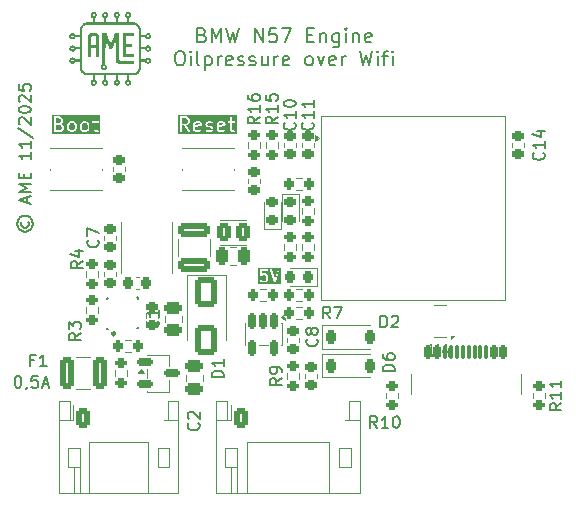
<source format=gbr>
%TF.GenerationSoftware,KiCad,Pcbnew,9.0.6*%
%TF.CreationDate,2025-11-20T15:59:52+01:00*%
%TF.ProjectId,N57__ldruckanzeige,4e35375f-d66c-4647-9275-636b616e7a65,rev?*%
%TF.SameCoordinates,Original*%
%TF.FileFunction,Legend,Top*%
%TF.FilePolarity,Positive*%
%FSLAX46Y46*%
G04 Gerber Fmt 4.6, Leading zero omitted, Abs format (unit mm)*
G04 Created by KiCad (PCBNEW 9.0.6) date 2025-11-20 15:59:52*
%MOMM*%
%LPD*%
G01*
G04 APERTURE LIST*
G04 Aperture macros list*
%AMRoundRect*
0 Rectangle with rounded corners*
0 $1 Rounding radius*
0 $2 $3 $4 $5 $6 $7 $8 $9 X,Y pos of 4 corners*
0 Add a 4 corners polygon primitive as box body*
4,1,4,$2,$3,$4,$5,$6,$7,$8,$9,$2,$3,0*
0 Add four circle primitives for the rounded corners*
1,1,$1+$1,$2,$3*
1,1,$1+$1,$4,$5*
1,1,$1+$1,$6,$7*
1,1,$1+$1,$8,$9*
0 Add four rect primitives between the rounded corners*
20,1,$1+$1,$2,$3,$4,$5,0*
20,1,$1+$1,$4,$5,$6,$7,0*
20,1,$1+$1,$6,$7,$8,$9,0*
20,1,$1+$1,$8,$9,$2,$3,0*%
%AMOutline5P*
0 Free polygon, 5 corners , with rotation*
0 The origin of the aperture is its center*
0 number of corners: always 5*
0 $1 to $10 corner X, Y*
0 $11 Rotation angle, in degrees counterclockwise*
0 create outline with 5 corners*
4,1,5,$1,$2,$3,$4,$5,$6,$7,$8,$9,$10,$1,$2,$11*%
%AMOutline6P*
0 Free polygon, 6 corners , with rotation*
0 The origin of the aperture is its center*
0 number of corners: always 6*
0 $1 to $12 corner X, Y*
0 $13 Rotation angle, in degrees counterclockwise*
0 create outline with 6 corners*
4,1,6,$1,$2,$3,$4,$5,$6,$7,$8,$9,$10,$11,$12,$1,$2,$13*%
%AMOutline7P*
0 Free polygon, 7 corners , with rotation*
0 The origin of the aperture is its center*
0 number of corners: always 7*
0 $1 to $14 corner X, Y*
0 $15 Rotation angle, in degrees counterclockwise*
0 create outline with 7 corners*
4,1,7,$1,$2,$3,$4,$5,$6,$7,$8,$9,$10,$11,$12,$13,$14,$1,$2,$15*%
%AMOutline8P*
0 Free polygon, 8 corners , with rotation*
0 The origin of the aperture is its center*
0 number of corners: always 8*
0 $1 to $16 corner X, Y*
0 $17 Rotation angle, in degrees counterclockwise*
0 create outline with 8 corners*
4,1,8,$1,$2,$3,$4,$5,$6,$7,$8,$9,$10,$11,$12,$13,$14,$15,$16,$1,$2,$17*%
G04 Aperture macros list end*
%ADD10C,0.153000*%
%ADD11C,0.150000*%
%ADD12C,0.120000*%
%ADD13C,0.250000*%
%ADD14C,0.000000*%
%ADD15RoundRect,0.225000X-0.225000X-0.375000X0.225000X-0.375000X0.225000X0.375000X-0.225000X0.375000X0*%
%ADD16RoundRect,0.200000X0.275000X-0.200000X0.275000X0.200000X-0.275000X0.200000X-0.275000X-0.200000X0*%
%ADD17RoundRect,0.225000X-0.250000X0.225000X-0.250000X-0.225000X0.250000X-0.225000X0.250000X0.225000X0*%
%ADD18RoundRect,0.218750X0.256250X-0.218750X0.256250X0.218750X-0.256250X0.218750X-0.256250X-0.218750X0*%
%ADD19RoundRect,0.200000X-0.275000X0.200000X-0.275000X-0.200000X0.275000X-0.200000X0.275000X0.200000X0*%
%ADD20C,5.700000*%
%ADD21R,0.625000X0.250000*%
%ADD22R,0.700000X0.450000*%
%ADD23R,0.575000X0.450000*%
%ADD24RoundRect,0.250000X0.375000X1.075000X-0.375000X1.075000X-0.375000X-1.075000X0.375000X-1.075000X0*%
%ADD25RoundRect,0.225000X0.250000X-0.225000X0.250000X0.225000X-0.250000X0.225000X-0.250000X-0.225000X0*%
%ADD26RoundRect,0.200000X0.200000X0.275000X-0.200000X0.275000X-0.200000X-0.275000X0.200000X-0.275000X0*%
%ADD27RoundRect,0.250000X-0.350000X-0.625000X0.350000X-0.625000X0.350000X0.625000X-0.350000X0.625000X0*%
%ADD28O,1.200000X1.750000*%
%ADD29RoundRect,0.218750X0.218750X0.256250X-0.218750X0.256250X-0.218750X-0.256250X0.218750X-0.256250X0*%
%ADD30C,0.650000*%
%ADD31RoundRect,0.150000X-0.150000X-0.425000X0.150000X-0.425000X0.150000X0.425000X-0.150000X0.425000X0*%
%ADD32RoundRect,0.075000X-0.075000X-0.500000X0.075000X-0.500000X0.075000X0.500000X-0.075000X0.500000X0*%
%ADD33O,1.000000X2.100000*%
%ADD34O,1.000000X1.800000*%
%ADD35RoundRect,0.250000X-0.475000X0.250000X-0.475000X-0.250000X0.475000X-0.250000X0.475000X0.250000X0*%
%ADD36R,3.400000X0.980000*%
%ADD37RoundRect,0.150000X-0.512500X-0.150000X0.512500X-0.150000X0.512500X0.150000X-0.512500X0.150000X0*%
%ADD38RoundRect,0.218750X-0.256250X0.218750X-0.256250X-0.218750X0.256250X-0.218750X0.256250X0.218750X0*%
%ADD39RoundRect,0.200000X-0.200000X-0.275000X0.200000X-0.275000X0.200000X0.275000X-0.200000X0.275000X0*%
%ADD40RoundRect,0.250000X0.250000X0.475000X-0.250000X0.475000X-0.250000X-0.475000X0.250000X-0.475000X0*%
%ADD41Outline7P,-0.375000X0.078750X-0.341250X0.112500X0.375000X0.112500X0.375000X-0.078750X0.341250X-0.112500X-0.341250X-0.112500X-0.375000X-0.078750X90.000000*%
%ADD42Outline7P,-0.200000X0.247500X-0.160000X0.287500X0.160000X0.287500X0.200000X0.247500X0.200000X-0.247500X0.160000X-0.287500X-0.200000X-0.287500X90.000000*%
%ADD43R,0.250000X0.600000*%
%ADD44R,0.249999X0.599999*%
%ADD45Outline7P,-0.350000X0.078750X-0.316250X0.112500X0.316250X0.112500X0.350000X0.078750X0.350000X-0.112500X-0.316250X-0.112500X-0.350000X-0.078750X90.000000*%
%ADD46Outline7P,-0.175000X0.287500X0.140000X0.287500X0.175000X0.252500X0.175000X-0.252500X0.140000X-0.287500X-0.140000X-0.287500X-0.175000X-0.252500X90.000000*%
%ADD47Outline7P,-0.175000X0.252500X-0.140000X0.287500X0.175000X0.287500X0.175000X-0.252500X0.140000X-0.287500X-0.140000X-0.287500X-0.175000X-0.252500X90.000000*%
%ADD48Outline7P,-0.350000X0.078750X-0.316250X0.112500X0.316250X0.112500X0.350000X0.078750X0.350000X-0.078750X0.316250X-0.112500X-0.350000X-0.112500X90.000000*%
%ADD49Outline7P,-0.200000X0.247500X-0.160000X0.287500X0.160000X0.287500X0.200000X0.247500X0.200000X-0.287500X-0.160000X-0.287500X-0.200000X-0.247500X90.000000*%
%ADD50Outline7P,-0.375000X0.112500X0.341250X0.112500X0.375000X0.078750X0.375000X-0.078750X0.341250X-0.112500X-0.341250X-0.112500X-0.375000X-0.078750X90.000000*%
%ADD51R,1.300000X0.350000*%
%ADD52RoundRect,0.225000X-0.225000X-0.250000X0.225000X-0.250000X0.225000X0.250000X-0.225000X0.250000X0*%
%ADD53R,1.050000X0.650000*%
%ADD54RoundRect,0.250000X-0.650000X1.000000X-0.650000X-1.000000X0.650000X-1.000000X0.650000X1.000000X0*%
%ADD55RoundRect,0.250000X-0.350000X-0.550000X0.350000X-0.550000X0.350000X0.550000X-0.350000X0.550000X0*%
%ADD56RoundRect,0.250000X-1.100000X0.325000X-1.100000X-0.325000X1.100000X-0.325000X1.100000X0.325000X0*%
%ADD57R,0.800000X0.400000*%
%ADD58R,0.400000X0.800000*%
%ADD59Outline5P,-0.600000X0.204000X-0.204000X0.600000X0.600000X0.600000X0.600000X-0.600000X-0.600000X-0.600000X0.000000*%
%ADD60R,1.200000X1.200000*%
%ADD61R,0.800000X0.800000*%
%ADD62RoundRect,0.150000X-0.150000X0.512500X-0.150000X-0.512500X0.150000X-0.512500X0.150000X0.512500X0*%
%ADD63RoundRect,0.250000X0.475000X-0.250000X0.475000X0.250000X-0.475000X0.250000X-0.475000X-0.250000X0*%
G04 APERTURE END LIST*
D10*
X134133228Y-120879663D02*
X134228466Y-120879663D01*
X134228466Y-120879663D02*
X134323704Y-120927282D01*
X134323704Y-120927282D02*
X134371323Y-120974901D01*
X134371323Y-120974901D02*
X134418942Y-121070139D01*
X134418942Y-121070139D02*
X134466561Y-121260615D01*
X134466561Y-121260615D02*
X134466561Y-121498710D01*
X134466561Y-121498710D02*
X134418942Y-121689186D01*
X134418942Y-121689186D02*
X134371323Y-121784424D01*
X134371323Y-121784424D02*
X134323704Y-121832044D01*
X134323704Y-121832044D02*
X134228466Y-121879663D01*
X134228466Y-121879663D02*
X134133228Y-121879663D01*
X134133228Y-121879663D02*
X134037990Y-121832044D01*
X134037990Y-121832044D02*
X133990371Y-121784424D01*
X133990371Y-121784424D02*
X133942752Y-121689186D01*
X133942752Y-121689186D02*
X133895133Y-121498710D01*
X133895133Y-121498710D02*
X133895133Y-121260615D01*
X133895133Y-121260615D02*
X133942752Y-121070139D01*
X133942752Y-121070139D02*
X133990371Y-120974901D01*
X133990371Y-120974901D02*
X134037990Y-120927282D01*
X134037990Y-120927282D02*
X134133228Y-120879663D01*
X134942752Y-121832044D02*
X134942752Y-121879663D01*
X134942752Y-121879663D02*
X134895133Y-121974901D01*
X134895133Y-121974901D02*
X134847514Y-122022520D01*
X135847513Y-120879663D02*
X135371323Y-120879663D01*
X135371323Y-120879663D02*
X135323704Y-121355853D01*
X135323704Y-121355853D02*
X135371323Y-121308234D01*
X135371323Y-121308234D02*
X135466561Y-121260615D01*
X135466561Y-121260615D02*
X135704656Y-121260615D01*
X135704656Y-121260615D02*
X135799894Y-121308234D01*
X135799894Y-121308234D02*
X135847513Y-121355853D01*
X135847513Y-121355853D02*
X135895132Y-121451091D01*
X135895132Y-121451091D02*
X135895132Y-121689186D01*
X135895132Y-121689186D02*
X135847513Y-121784424D01*
X135847513Y-121784424D02*
X135799894Y-121832044D01*
X135799894Y-121832044D02*
X135704656Y-121879663D01*
X135704656Y-121879663D02*
X135466561Y-121879663D01*
X135466561Y-121879663D02*
X135371323Y-121832044D01*
X135371323Y-121832044D02*
X135323704Y-121784424D01*
X136276085Y-121593948D02*
X136752275Y-121593948D01*
X136180847Y-121879663D02*
X136514180Y-120879663D01*
X136514180Y-120879663D02*
X136847513Y-121879663D01*
X149775143Y-92026682D02*
X149946571Y-92083825D01*
X149946571Y-92083825D02*
X150003714Y-92140968D01*
X150003714Y-92140968D02*
X150060857Y-92255253D01*
X150060857Y-92255253D02*
X150060857Y-92426682D01*
X150060857Y-92426682D02*
X150003714Y-92540968D01*
X150003714Y-92540968D02*
X149946571Y-92598111D01*
X149946571Y-92598111D02*
X149832286Y-92655253D01*
X149832286Y-92655253D02*
X149375143Y-92655253D01*
X149375143Y-92655253D02*
X149375143Y-91455253D01*
X149375143Y-91455253D02*
X149775143Y-91455253D01*
X149775143Y-91455253D02*
X149889429Y-91512396D01*
X149889429Y-91512396D02*
X149946571Y-91569539D01*
X149946571Y-91569539D02*
X150003714Y-91683825D01*
X150003714Y-91683825D02*
X150003714Y-91798111D01*
X150003714Y-91798111D02*
X149946571Y-91912396D01*
X149946571Y-91912396D02*
X149889429Y-91969539D01*
X149889429Y-91969539D02*
X149775143Y-92026682D01*
X149775143Y-92026682D02*
X149375143Y-92026682D01*
X150575143Y-92655253D02*
X150575143Y-91455253D01*
X150575143Y-91455253D02*
X150975143Y-92312396D01*
X150975143Y-92312396D02*
X151375143Y-91455253D01*
X151375143Y-91455253D02*
X151375143Y-92655253D01*
X151832286Y-91455253D02*
X152118000Y-92655253D01*
X152118000Y-92655253D02*
X152346572Y-91798111D01*
X152346572Y-91798111D02*
X152575143Y-92655253D01*
X152575143Y-92655253D02*
X152860858Y-91455253D01*
X154232287Y-92655253D02*
X154232287Y-91455253D01*
X154232287Y-91455253D02*
X154918001Y-92655253D01*
X154918001Y-92655253D02*
X154918001Y-91455253D01*
X156060858Y-91455253D02*
X155489430Y-91455253D01*
X155489430Y-91455253D02*
X155432287Y-92026682D01*
X155432287Y-92026682D02*
X155489430Y-91969539D01*
X155489430Y-91969539D02*
X155603716Y-91912396D01*
X155603716Y-91912396D02*
X155889430Y-91912396D01*
X155889430Y-91912396D02*
X156003716Y-91969539D01*
X156003716Y-91969539D02*
X156060858Y-92026682D01*
X156060858Y-92026682D02*
X156118001Y-92140968D01*
X156118001Y-92140968D02*
X156118001Y-92426682D01*
X156118001Y-92426682D02*
X156060858Y-92540968D01*
X156060858Y-92540968D02*
X156003716Y-92598111D01*
X156003716Y-92598111D02*
X155889430Y-92655253D01*
X155889430Y-92655253D02*
X155603716Y-92655253D01*
X155603716Y-92655253D02*
X155489430Y-92598111D01*
X155489430Y-92598111D02*
X155432287Y-92540968D01*
X156518001Y-91455253D02*
X157318001Y-91455253D01*
X157318001Y-91455253D02*
X156803715Y-92655253D01*
X158689430Y-92026682D02*
X159089430Y-92026682D01*
X159260858Y-92655253D02*
X158689430Y-92655253D01*
X158689430Y-92655253D02*
X158689430Y-91455253D01*
X158689430Y-91455253D02*
X159260858Y-91455253D01*
X159775144Y-91855253D02*
X159775144Y-92655253D01*
X159775144Y-91969539D02*
X159832287Y-91912396D01*
X159832287Y-91912396D02*
X159946572Y-91855253D01*
X159946572Y-91855253D02*
X160118001Y-91855253D01*
X160118001Y-91855253D02*
X160232287Y-91912396D01*
X160232287Y-91912396D02*
X160289430Y-92026682D01*
X160289430Y-92026682D02*
X160289430Y-92655253D01*
X161375144Y-91855253D02*
X161375144Y-92826682D01*
X161375144Y-92826682D02*
X161318001Y-92940968D01*
X161318001Y-92940968D02*
X161260858Y-92998111D01*
X161260858Y-92998111D02*
X161146572Y-93055253D01*
X161146572Y-93055253D02*
X160975144Y-93055253D01*
X160975144Y-93055253D02*
X160860858Y-92998111D01*
X161375144Y-92598111D02*
X161260858Y-92655253D01*
X161260858Y-92655253D02*
X161032286Y-92655253D01*
X161032286Y-92655253D02*
X160918001Y-92598111D01*
X160918001Y-92598111D02*
X160860858Y-92540968D01*
X160860858Y-92540968D02*
X160803715Y-92426682D01*
X160803715Y-92426682D02*
X160803715Y-92083825D01*
X160803715Y-92083825D02*
X160860858Y-91969539D01*
X160860858Y-91969539D02*
X160918001Y-91912396D01*
X160918001Y-91912396D02*
X161032286Y-91855253D01*
X161032286Y-91855253D02*
X161260858Y-91855253D01*
X161260858Y-91855253D02*
X161375144Y-91912396D01*
X161946572Y-92655253D02*
X161946572Y-91855253D01*
X161946572Y-91455253D02*
X161889429Y-91512396D01*
X161889429Y-91512396D02*
X161946572Y-91569539D01*
X161946572Y-91569539D02*
X162003715Y-91512396D01*
X162003715Y-91512396D02*
X161946572Y-91455253D01*
X161946572Y-91455253D02*
X161946572Y-91569539D01*
X162518001Y-91855253D02*
X162518001Y-92655253D01*
X162518001Y-91969539D02*
X162575144Y-91912396D01*
X162575144Y-91912396D02*
X162689429Y-91855253D01*
X162689429Y-91855253D02*
X162860858Y-91855253D01*
X162860858Y-91855253D02*
X162975144Y-91912396D01*
X162975144Y-91912396D02*
X163032287Y-92026682D01*
X163032287Y-92026682D02*
X163032287Y-92655253D01*
X164060858Y-92598111D02*
X163946572Y-92655253D01*
X163946572Y-92655253D02*
X163718001Y-92655253D01*
X163718001Y-92655253D02*
X163603715Y-92598111D01*
X163603715Y-92598111D02*
X163546572Y-92483825D01*
X163546572Y-92483825D02*
X163546572Y-92026682D01*
X163546572Y-92026682D02*
X163603715Y-91912396D01*
X163603715Y-91912396D02*
X163718001Y-91855253D01*
X163718001Y-91855253D02*
X163946572Y-91855253D01*
X163946572Y-91855253D02*
X164060858Y-91912396D01*
X164060858Y-91912396D02*
X164118001Y-92026682D01*
X164118001Y-92026682D02*
X164118001Y-92140968D01*
X164118001Y-92140968D02*
X163546572Y-92255253D01*
X147775142Y-93387186D02*
X148003714Y-93387186D01*
X148003714Y-93387186D02*
X148117999Y-93444329D01*
X148117999Y-93444329D02*
X148232285Y-93558615D01*
X148232285Y-93558615D02*
X148289428Y-93787186D01*
X148289428Y-93787186D02*
X148289428Y-94187186D01*
X148289428Y-94187186D02*
X148232285Y-94415758D01*
X148232285Y-94415758D02*
X148117999Y-94530044D01*
X148117999Y-94530044D02*
X148003714Y-94587186D01*
X148003714Y-94587186D02*
X147775142Y-94587186D01*
X147775142Y-94587186D02*
X147660857Y-94530044D01*
X147660857Y-94530044D02*
X147546571Y-94415758D01*
X147546571Y-94415758D02*
X147489428Y-94187186D01*
X147489428Y-94187186D02*
X147489428Y-93787186D01*
X147489428Y-93787186D02*
X147546571Y-93558615D01*
X147546571Y-93558615D02*
X147660857Y-93444329D01*
X147660857Y-93444329D02*
X147775142Y-93387186D01*
X148803714Y-94587186D02*
X148803714Y-93787186D01*
X148803714Y-93387186D02*
X148746571Y-93444329D01*
X148746571Y-93444329D02*
X148803714Y-93501472D01*
X148803714Y-93501472D02*
X148860857Y-93444329D01*
X148860857Y-93444329D02*
X148803714Y-93387186D01*
X148803714Y-93387186D02*
X148803714Y-93501472D01*
X149546571Y-94587186D02*
X149432286Y-94530044D01*
X149432286Y-94530044D02*
X149375143Y-94415758D01*
X149375143Y-94415758D02*
X149375143Y-93387186D01*
X150003714Y-93787186D02*
X150003714Y-94987186D01*
X150003714Y-93844329D02*
X150118000Y-93787186D01*
X150118000Y-93787186D02*
X150346571Y-93787186D01*
X150346571Y-93787186D02*
X150460857Y-93844329D01*
X150460857Y-93844329D02*
X150518000Y-93901472D01*
X150518000Y-93901472D02*
X150575142Y-94015758D01*
X150575142Y-94015758D02*
X150575142Y-94358615D01*
X150575142Y-94358615D02*
X150518000Y-94472901D01*
X150518000Y-94472901D02*
X150460857Y-94530044D01*
X150460857Y-94530044D02*
X150346571Y-94587186D01*
X150346571Y-94587186D02*
X150118000Y-94587186D01*
X150118000Y-94587186D02*
X150003714Y-94530044D01*
X151089428Y-94587186D02*
X151089428Y-93787186D01*
X151089428Y-94015758D02*
X151146571Y-93901472D01*
X151146571Y-93901472D02*
X151203714Y-93844329D01*
X151203714Y-93844329D02*
X151317999Y-93787186D01*
X151317999Y-93787186D02*
X151432285Y-93787186D01*
X152289428Y-94530044D02*
X152175142Y-94587186D01*
X152175142Y-94587186D02*
X151946571Y-94587186D01*
X151946571Y-94587186D02*
X151832285Y-94530044D01*
X151832285Y-94530044D02*
X151775142Y-94415758D01*
X151775142Y-94415758D02*
X151775142Y-93958615D01*
X151775142Y-93958615D02*
X151832285Y-93844329D01*
X151832285Y-93844329D02*
X151946571Y-93787186D01*
X151946571Y-93787186D02*
X152175142Y-93787186D01*
X152175142Y-93787186D02*
X152289428Y-93844329D01*
X152289428Y-93844329D02*
X152346571Y-93958615D01*
X152346571Y-93958615D02*
X152346571Y-94072901D01*
X152346571Y-94072901D02*
X151775142Y-94187186D01*
X152803713Y-94530044D02*
X152917999Y-94587186D01*
X152917999Y-94587186D02*
X153146570Y-94587186D01*
X153146570Y-94587186D02*
X153260856Y-94530044D01*
X153260856Y-94530044D02*
X153317999Y-94415758D01*
X153317999Y-94415758D02*
X153317999Y-94358615D01*
X153317999Y-94358615D02*
X153260856Y-94244329D01*
X153260856Y-94244329D02*
X153146570Y-94187186D01*
X153146570Y-94187186D02*
X152975142Y-94187186D01*
X152975142Y-94187186D02*
X152860856Y-94130044D01*
X152860856Y-94130044D02*
X152803713Y-94015758D01*
X152803713Y-94015758D02*
X152803713Y-93958615D01*
X152803713Y-93958615D02*
X152860856Y-93844329D01*
X152860856Y-93844329D02*
X152975142Y-93787186D01*
X152975142Y-93787186D02*
X153146570Y-93787186D01*
X153146570Y-93787186D02*
X153260856Y-93844329D01*
X153775142Y-94530044D02*
X153889428Y-94587186D01*
X153889428Y-94587186D02*
X154117999Y-94587186D01*
X154117999Y-94587186D02*
X154232285Y-94530044D01*
X154232285Y-94530044D02*
X154289428Y-94415758D01*
X154289428Y-94415758D02*
X154289428Y-94358615D01*
X154289428Y-94358615D02*
X154232285Y-94244329D01*
X154232285Y-94244329D02*
X154117999Y-94187186D01*
X154117999Y-94187186D02*
X153946571Y-94187186D01*
X153946571Y-94187186D02*
X153832285Y-94130044D01*
X153832285Y-94130044D02*
X153775142Y-94015758D01*
X153775142Y-94015758D02*
X153775142Y-93958615D01*
X153775142Y-93958615D02*
X153832285Y-93844329D01*
X153832285Y-93844329D02*
X153946571Y-93787186D01*
X153946571Y-93787186D02*
X154117999Y-93787186D01*
X154117999Y-93787186D02*
X154232285Y-93844329D01*
X155318000Y-93787186D02*
X155318000Y-94587186D01*
X154803714Y-93787186D02*
X154803714Y-94415758D01*
X154803714Y-94415758D02*
X154860857Y-94530044D01*
X154860857Y-94530044D02*
X154975142Y-94587186D01*
X154975142Y-94587186D02*
X155146571Y-94587186D01*
X155146571Y-94587186D02*
X155260857Y-94530044D01*
X155260857Y-94530044D02*
X155318000Y-94472901D01*
X155889428Y-94587186D02*
X155889428Y-93787186D01*
X155889428Y-94015758D02*
X155946571Y-93901472D01*
X155946571Y-93901472D02*
X156003714Y-93844329D01*
X156003714Y-93844329D02*
X156117999Y-93787186D01*
X156117999Y-93787186D02*
X156232285Y-93787186D01*
X157089428Y-94530044D02*
X156975142Y-94587186D01*
X156975142Y-94587186D02*
X156746571Y-94587186D01*
X156746571Y-94587186D02*
X156632285Y-94530044D01*
X156632285Y-94530044D02*
X156575142Y-94415758D01*
X156575142Y-94415758D02*
X156575142Y-93958615D01*
X156575142Y-93958615D02*
X156632285Y-93844329D01*
X156632285Y-93844329D02*
X156746571Y-93787186D01*
X156746571Y-93787186D02*
X156975142Y-93787186D01*
X156975142Y-93787186D02*
X157089428Y-93844329D01*
X157089428Y-93844329D02*
X157146571Y-93958615D01*
X157146571Y-93958615D02*
X157146571Y-94072901D01*
X157146571Y-94072901D02*
X156575142Y-94187186D01*
X158746570Y-94587186D02*
X158632285Y-94530044D01*
X158632285Y-94530044D02*
X158575142Y-94472901D01*
X158575142Y-94472901D02*
X158517999Y-94358615D01*
X158517999Y-94358615D02*
X158517999Y-94015758D01*
X158517999Y-94015758D02*
X158575142Y-93901472D01*
X158575142Y-93901472D02*
X158632285Y-93844329D01*
X158632285Y-93844329D02*
X158746570Y-93787186D01*
X158746570Y-93787186D02*
X158917999Y-93787186D01*
X158917999Y-93787186D02*
X159032285Y-93844329D01*
X159032285Y-93844329D02*
X159089428Y-93901472D01*
X159089428Y-93901472D02*
X159146570Y-94015758D01*
X159146570Y-94015758D02*
X159146570Y-94358615D01*
X159146570Y-94358615D02*
X159089428Y-94472901D01*
X159089428Y-94472901D02*
X159032285Y-94530044D01*
X159032285Y-94530044D02*
X158917999Y-94587186D01*
X158917999Y-94587186D02*
X158746570Y-94587186D01*
X159546570Y-93787186D02*
X159832284Y-94587186D01*
X159832284Y-94587186D02*
X160117999Y-93787186D01*
X161032285Y-94530044D02*
X160917999Y-94587186D01*
X160917999Y-94587186D02*
X160689428Y-94587186D01*
X160689428Y-94587186D02*
X160575142Y-94530044D01*
X160575142Y-94530044D02*
X160517999Y-94415758D01*
X160517999Y-94415758D02*
X160517999Y-93958615D01*
X160517999Y-93958615D02*
X160575142Y-93844329D01*
X160575142Y-93844329D02*
X160689428Y-93787186D01*
X160689428Y-93787186D02*
X160917999Y-93787186D01*
X160917999Y-93787186D02*
X161032285Y-93844329D01*
X161032285Y-93844329D02*
X161089428Y-93958615D01*
X161089428Y-93958615D02*
X161089428Y-94072901D01*
X161089428Y-94072901D02*
X160517999Y-94187186D01*
X161603713Y-94587186D02*
X161603713Y-93787186D01*
X161603713Y-94015758D02*
X161660856Y-93901472D01*
X161660856Y-93901472D02*
X161717999Y-93844329D01*
X161717999Y-93844329D02*
X161832284Y-93787186D01*
X161832284Y-93787186D02*
X161946570Y-93787186D01*
X163146570Y-93387186D02*
X163432284Y-94587186D01*
X163432284Y-94587186D02*
X163660856Y-93730044D01*
X163660856Y-93730044D02*
X163889427Y-94587186D01*
X163889427Y-94587186D02*
X164175142Y-93387186D01*
X164632285Y-94587186D02*
X164632285Y-93787186D01*
X164632285Y-93387186D02*
X164575142Y-93444329D01*
X164575142Y-93444329D02*
X164632285Y-93501472D01*
X164632285Y-93501472D02*
X164689428Y-93444329D01*
X164689428Y-93444329D02*
X164632285Y-93387186D01*
X164632285Y-93387186D02*
X164632285Y-93501472D01*
X165032285Y-93787186D02*
X165489428Y-93787186D01*
X165203714Y-94587186D02*
X165203714Y-93558615D01*
X165203714Y-93558615D02*
X165260857Y-93444329D01*
X165260857Y-93444329D02*
X165375142Y-93387186D01*
X165375142Y-93387186D02*
X165489428Y-93387186D01*
X165889428Y-94587186D02*
X165889428Y-93787186D01*
X165889428Y-93387186D02*
X165832285Y-93444329D01*
X165832285Y-93444329D02*
X165889428Y-93501472D01*
X165889428Y-93501472D02*
X165946571Y-93444329D01*
X165946571Y-93444329D02*
X165889428Y-93387186D01*
X165889428Y-93387186D02*
X165889428Y-93501472D01*
G36*
X137822474Y-99670621D02*
G01*
X137858069Y-99706215D01*
X137901585Y-99793244D01*
X137901585Y-99928555D01*
X137858069Y-100015586D01*
X137818483Y-100055171D01*
X137731454Y-100098686D01*
X137368871Y-100098686D01*
X137368871Y-99623115D01*
X137679957Y-99623115D01*
X137822474Y-99670621D01*
G37*
G36*
X137761342Y-99095201D02*
G01*
X137800925Y-99134785D01*
X137844442Y-99221818D01*
X137844442Y-99299985D01*
X137800926Y-99387015D01*
X137761342Y-99426599D01*
X137674311Y-99470115D01*
X137368871Y-99470115D01*
X137368871Y-99051686D01*
X137674311Y-99051686D01*
X137761342Y-99095201D01*
G37*
G36*
X138904198Y-99495201D02*
G01*
X138943784Y-99534787D01*
X138987299Y-99621816D01*
X138987299Y-99928556D01*
X138943784Y-100015585D01*
X138904198Y-100055171D01*
X138817169Y-100098686D01*
X138681858Y-100098686D01*
X138594828Y-100055171D01*
X138555243Y-100015585D01*
X138511728Y-99928555D01*
X138511728Y-99621818D01*
X138555243Y-99534787D01*
X138594828Y-99495201D01*
X138681857Y-99451686D01*
X138817168Y-99451686D01*
X138904198Y-99495201D01*
G37*
G36*
X139989912Y-99495201D02*
G01*
X140029498Y-99534787D01*
X140073013Y-99621816D01*
X140073013Y-99928556D01*
X140029498Y-100015585D01*
X139989912Y-100055171D01*
X139902883Y-100098686D01*
X139767572Y-100098686D01*
X139680542Y-100055171D01*
X139640957Y-100015585D01*
X139597442Y-99928555D01*
X139597442Y-99621818D01*
X139640957Y-99534787D01*
X139680542Y-99495201D01*
X139767571Y-99451686D01*
X139902882Y-99451686D01*
X139989912Y-99495201D01*
G37*
G36*
X141157876Y-100385019D02*
G01*
X137082538Y-100385019D01*
X137082538Y-98975186D01*
X137215871Y-98975186D01*
X137215871Y-100175186D01*
X137217341Y-100190110D01*
X137228764Y-100217687D01*
X137249870Y-100238793D01*
X137277447Y-100250216D01*
X137292371Y-100251686D01*
X137749514Y-100251686D01*
X137764438Y-100250216D01*
X137766978Y-100249163D01*
X137769720Y-100248969D01*
X137783726Y-100243610D01*
X137898010Y-100186468D01*
X137904434Y-100182423D01*
X137906300Y-100181651D01*
X137908401Y-100179926D01*
X137910701Y-100178479D01*
X137912022Y-100176954D01*
X137917893Y-100172138D01*
X137975035Y-100114995D01*
X137979850Y-100109128D01*
X137981377Y-100107804D01*
X137982825Y-100105502D01*
X137984549Y-100103403D01*
X137985321Y-100101538D01*
X137989366Y-100095113D01*
X138046509Y-99980827D01*
X138051868Y-99966821D01*
X138052062Y-99964079D01*
X138053115Y-99961539D01*
X138054585Y-99946615D01*
X138054585Y-99775186D01*
X138053115Y-99760262D01*
X138052062Y-99757721D01*
X138051868Y-99754980D01*
X138046509Y-99740974D01*
X137989366Y-99626689D01*
X137985322Y-99620266D01*
X137984549Y-99618399D01*
X137982822Y-99616294D01*
X137981376Y-99613998D01*
X137979852Y-99612676D01*
X137975035Y-99606807D01*
X137971986Y-99603758D01*
X138358728Y-99603758D01*
X138358728Y-99946615D01*
X138360198Y-99961539D01*
X138361250Y-99964079D01*
X138361445Y-99966821D01*
X138366804Y-99980827D01*
X138423947Y-100095113D01*
X138427991Y-100101537D01*
X138428764Y-100103402D01*
X138430489Y-100105504D01*
X138431937Y-100107804D01*
X138433460Y-100109125D01*
X138438277Y-100114995D01*
X138495420Y-100172137D01*
X138501286Y-100176952D01*
X138502611Y-100178479D01*
X138504912Y-100179927D01*
X138507012Y-100181651D01*
X138508876Y-100182423D01*
X138515302Y-100186468D01*
X138629587Y-100243610D01*
X138643593Y-100248969D01*
X138646334Y-100249163D01*
X138648875Y-100250216D01*
X138663799Y-100251686D01*
X138835228Y-100251686D01*
X138850152Y-100250216D01*
X138852692Y-100249163D01*
X138855433Y-100248969D01*
X138869439Y-100243610D01*
X138983725Y-100186468D01*
X138990149Y-100182423D01*
X138992015Y-100181651D01*
X138994116Y-100179926D01*
X138996416Y-100178479D01*
X138997737Y-100176954D01*
X139003608Y-100172138D01*
X139060750Y-100114995D01*
X139065567Y-100109125D01*
X139067092Y-100107803D01*
X139068537Y-100105506D01*
X139070264Y-100103403D01*
X139071037Y-100101535D01*
X139075081Y-100095112D01*
X139132223Y-99980827D01*
X139137582Y-99966821D01*
X139137776Y-99964079D01*
X139138829Y-99961539D01*
X139140299Y-99946615D01*
X139140299Y-99603758D01*
X139444442Y-99603758D01*
X139444442Y-99946615D01*
X139445912Y-99961539D01*
X139446964Y-99964079D01*
X139447159Y-99966821D01*
X139452518Y-99980827D01*
X139509661Y-100095113D01*
X139513705Y-100101537D01*
X139514478Y-100103402D01*
X139516203Y-100105504D01*
X139517651Y-100107804D01*
X139519174Y-100109125D01*
X139523991Y-100114995D01*
X139581134Y-100172137D01*
X139587000Y-100176952D01*
X139588325Y-100178479D01*
X139590626Y-100179927D01*
X139592726Y-100181651D01*
X139594590Y-100182423D01*
X139601016Y-100186468D01*
X139715301Y-100243610D01*
X139729307Y-100248969D01*
X139732048Y-100249163D01*
X139734589Y-100250216D01*
X139749513Y-100251686D01*
X139920942Y-100251686D01*
X139935866Y-100250216D01*
X139938406Y-100249163D01*
X139941147Y-100248969D01*
X139955153Y-100243610D01*
X140069439Y-100186468D01*
X140075863Y-100182423D01*
X140077729Y-100181651D01*
X140079830Y-100179926D01*
X140082130Y-100178479D01*
X140083451Y-100176954D01*
X140089322Y-100172138D01*
X140146464Y-100114995D01*
X140151281Y-100109125D01*
X140152806Y-100107803D01*
X140154251Y-100105506D01*
X140155978Y-100103403D01*
X140156751Y-100101535D01*
X140160795Y-100095112D01*
X140217937Y-99980827D01*
X140223296Y-99966821D01*
X140223490Y-99964079D01*
X140224543Y-99961539D01*
X140226013Y-99946615D01*
X140226013Y-99603758D01*
X140224543Y-99588834D01*
X140223490Y-99586293D01*
X140223296Y-99583552D01*
X140217937Y-99569546D01*
X140160795Y-99455261D01*
X140156751Y-99448837D01*
X140155978Y-99446970D01*
X140154251Y-99444866D01*
X140152806Y-99442570D01*
X140151281Y-99441247D01*
X140146464Y-99435378D01*
X140089322Y-99378235D01*
X140083452Y-99373418D01*
X140082131Y-99371895D01*
X140079831Y-99370447D01*
X140077729Y-99368722D01*
X140075864Y-99367949D01*
X140069440Y-99363905D01*
X140062154Y-99360262D01*
X140417340Y-99360262D01*
X140417340Y-99390110D01*
X140428763Y-99417687D01*
X140449869Y-99438793D01*
X140477446Y-99450216D01*
X140492370Y-99451686D01*
X140587299Y-99451686D01*
X140587299Y-100003758D01*
X140588769Y-100018682D01*
X140589821Y-100021222D01*
X140590016Y-100023964D01*
X140595375Y-100037970D01*
X140652518Y-100152256D01*
X140654089Y-100154752D01*
X140654482Y-100155929D01*
X140655753Y-100157394D01*
X140660508Y-100164947D01*
X140667751Y-100171229D01*
X140674039Y-100178479D01*
X140681592Y-100183234D01*
X140683057Y-100184504D01*
X140684232Y-100184895D01*
X140686730Y-100186468D01*
X140801015Y-100243610D01*
X140815021Y-100248969D01*
X140817762Y-100249163D01*
X140820303Y-100250216D01*
X140835227Y-100251686D01*
X140949513Y-100251686D01*
X140964437Y-100250216D01*
X140992014Y-100238793D01*
X141013120Y-100217687D01*
X141024543Y-100190110D01*
X141024543Y-100160262D01*
X141013120Y-100132685D01*
X140992014Y-100111579D01*
X140964437Y-100100156D01*
X140949513Y-100098686D01*
X140853286Y-100098686D01*
X140777962Y-100061024D01*
X140740299Y-99985698D01*
X140740299Y-99451686D01*
X140949513Y-99451686D01*
X140964437Y-99450216D01*
X140992014Y-99438793D01*
X141013120Y-99417687D01*
X141024543Y-99390110D01*
X141024543Y-99360262D01*
X141013120Y-99332685D01*
X140992014Y-99311579D01*
X140964437Y-99300156D01*
X140949513Y-99298686D01*
X140740299Y-99298686D01*
X140740299Y-98975186D01*
X140738829Y-98960262D01*
X140727406Y-98932685D01*
X140706300Y-98911579D01*
X140678723Y-98900156D01*
X140648875Y-98900156D01*
X140621298Y-98911579D01*
X140600192Y-98932685D01*
X140588769Y-98960262D01*
X140587299Y-98975186D01*
X140587299Y-99298686D01*
X140492370Y-99298686D01*
X140477446Y-99300156D01*
X140449869Y-99311579D01*
X140428763Y-99332685D01*
X140417340Y-99360262D01*
X140062154Y-99360262D01*
X139955154Y-99306762D01*
X139941148Y-99301403D01*
X139938406Y-99301208D01*
X139935866Y-99300156D01*
X139920942Y-99298686D01*
X139749513Y-99298686D01*
X139734589Y-99300156D01*
X139732048Y-99301208D01*
X139729307Y-99301403D01*
X139715301Y-99306762D01*
X139601016Y-99363905D01*
X139594593Y-99367948D01*
X139592726Y-99368722D01*
X139590621Y-99370448D01*
X139588325Y-99371895D01*
X139587003Y-99373418D01*
X139581134Y-99378236D01*
X139523991Y-99435378D01*
X139519174Y-99441247D01*
X139517651Y-99442569D01*
X139516203Y-99444868D01*
X139514478Y-99446971D01*
X139513705Y-99448835D01*
X139509661Y-99455260D01*
X139452518Y-99569546D01*
X139447159Y-99583552D01*
X139446964Y-99586293D01*
X139445912Y-99588834D01*
X139444442Y-99603758D01*
X139140299Y-99603758D01*
X139138829Y-99588834D01*
X139137776Y-99586293D01*
X139137582Y-99583552D01*
X139132223Y-99569546D01*
X139075081Y-99455261D01*
X139071037Y-99448837D01*
X139070264Y-99446970D01*
X139068537Y-99444866D01*
X139067092Y-99442570D01*
X139065567Y-99441247D01*
X139060750Y-99435378D01*
X139003608Y-99378235D01*
X138997738Y-99373418D01*
X138996417Y-99371895D01*
X138994117Y-99370447D01*
X138992015Y-99368722D01*
X138990150Y-99367949D01*
X138983726Y-99363905D01*
X138869440Y-99306762D01*
X138855434Y-99301403D01*
X138852692Y-99301208D01*
X138850152Y-99300156D01*
X138835228Y-99298686D01*
X138663799Y-99298686D01*
X138648875Y-99300156D01*
X138646334Y-99301208D01*
X138643593Y-99301403D01*
X138629587Y-99306762D01*
X138515302Y-99363905D01*
X138508879Y-99367948D01*
X138507012Y-99368722D01*
X138504907Y-99370448D01*
X138502611Y-99371895D01*
X138501289Y-99373418D01*
X138495420Y-99378236D01*
X138438277Y-99435378D01*
X138433460Y-99441247D01*
X138431937Y-99442569D01*
X138430489Y-99444868D01*
X138428764Y-99446971D01*
X138427991Y-99448835D01*
X138423947Y-99455260D01*
X138366804Y-99569546D01*
X138361445Y-99583552D01*
X138361250Y-99586293D01*
X138360198Y-99588834D01*
X138358728Y-99603758D01*
X137971986Y-99603758D01*
X137917893Y-99549664D01*
X137906300Y-99540151D01*
X137903760Y-99539099D01*
X137901684Y-99537298D01*
X137887990Y-99531184D01*
X137876846Y-99527469D01*
X137917893Y-99486422D01*
X137922709Y-99480552D01*
X137924233Y-99479232D01*
X137925678Y-99476936D01*
X137927407Y-99474830D01*
X137928181Y-99472961D01*
X137932223Y-99466541D01*
X137989366Y-99352256D01*
X137994725Y-99338250D01*
X137994919Y-99335508D01*
X137995972Y-99332968D01*
X137997442Y-99318044D01*
X137997442Y-99203758D01*
X137995972Y-99188834D01*
X137994919Y-99186293D01*
X137994725Y-99183552D01*
X137989366Y-99169546D01*
X137932223Y-99055260D01*
X137928180Y-99048837D01*
X137927407Y-99046971D01*
X137925682Y-99044869D01*
X137924234Y-99042569D01*
X137922707Y-99041245D01*
X137917893Y-99035379D01*
X137860751Y-98978236D01*
X137854881Y-98973418D01*
X137853560Y-98971895D01*
X137851263Y-98970448D01*
X137849159Y-98968722D01*
X137847291Y-98967948D01*
X137840869Y-98963905D01*
X137726583Y-98906762D01*
X137712577Y-98901403D01*
X137709835Y-98901208D01*
X137707295Y-98900156D01*
X137692371Y-98898686D01*
X137292371Y-98898686D01*
X137277447Y-98900156D01*
X137249870Y-98911579D01*
X137228764Y-98932685D01*
X137217341Y-98960262D01*
X137215871Y-98975186D01*
X137082538Y-98975186D01*
X137082538Y-98765353D01*
X141157876Y-98765353D01*
X141157876Y-100385019D01*
G37*
X134489758Y-107817723D02*
X134442139Y-107912962D01*
X134442139Y-107912962D02*
X134442139Y-108103438D01*
X134442139Y-108103438D02*
X134489758Y-108198676D01*
X134489758Y-108198676D02*
X134584996Y-108293914D01*
X134584996Y-108293914D02*
X134680234Y-108341533D01*
X134680234Y-108341533D02*
X134870710Y-108341533D01*
X134870710Y-108341533D02*
X134965948Y-108293914D01*
X134965948Y-108293914D02*
X135061186Y-108198676D01*
X135061186Y-108198676D02*
X135108805Y-108103438D01*
X135108805Y-108103438D02*
X135108805Y-107912962D01*
X135108805Y-107912962D02*
X135061186Y-107817723D01*
X134108805Y-108008200D02*
X134156424Y-108246295D01*
X134156424Y-108246295D02*
X134299282Y-108484390D01*
X134299282Y-108484390D02*
X134537377Y-108627247D01*
X134537377Y-108627247D02*
X134775472Y-108674866D01*
X134775472Y-108674866D02*
X135013567Y-108627247D01*
X135013567Y-108627247D02*
X135251663Y-108484390D01*
X135251663Y-108484390D02*
X135394520Y-108246295D01*
X135394520Y-108246295D02*
X135442139Y-108008200D01*
X135442139Y-108008200D02*
X135394520Y-107770104D01*
X135394520Y-107770104D02*
X135251663Y-107532009D01*
X135251663Y-107532009D02*
X135013567Y-107389152D01*
X135013567Y-107389152D02*
X134775472Y-107341533D01*
X134775472Y-107341533D02*
X134537377Y-107389152D01*
X134537377Y-107389152D02*
X134299282Y-107532009D01*
X134299282Y-107532009D02*
X134156424Y-107770104D01*
X134156424Y-107770104D02*
X134108805Y-108008200D01*
X134965948Y-106198675D02*
X134965948Y-105722485D01*
X135251663Y-106293913D02*
X134251663Y-105960580D01*
X134251663Y-105960580D02*
X135251663Y-105627247D01*
X135251663Y-105293913D02*
X134251663Y-105293913D01*
X134251663Y-105293913D02*
X134965948Y-104960580D01*
X134965948Y-104960580D02*
X134251663Y-104627247D01*
X134251663Y-104627247D02*
X135251663Y-104627247D01*
X134727853Y-104151056D02*
X134727853Y-103817723D01*
X135251663Y-103674866D02*
X135251663Y-104151056D01*
X135251663Y-104151056D02*
X134251663Y-104151056D01*
X134251663Y-104151056D02*
X134251663Y-103674866D01*
X135251663Y-101960580D02*
X135251663Y-102532008D01*
X135251663Y-102246294D02*
X134251663Y-102246294D01*
X134251663Y-102246294D02*
X134394520Y-102341532D01*
X134394520Y-102341532D02*
X134489758Y-102436770D01*
X134489758Y-102436770D02*
X134537377Y-102532008D01*
X135251663Y-101008199D02*
X135251663Y-101579627D01*
X135251663Y-101293913D02*
X134251663Y-101293913D01*
X134251663Y-101293913D02*
X134394520Y-101389151D01*
X134394520Y-101389151D02*
X134489758Y-101484389D01*
X134489758Y-101484389D02*
X134537377Y-101579627D01*
X134204044Y-99865342D02*
X135489758Y-100722484D01*
X134346901Y-99579627D02*
X134299282Y-99532008D01*
X134299282Y-99532008D02*
X134251663Y-99436770D01*
X134251663Y-99436770D02*
X134251663Y-99198675D01*
X134251663Y-99198675D02*
X134299282Y-99103437D01*
X134299282Y-99103437D02*
X134346901Y-99055818D01*
X134346901Y-99055818D02*
X134442139Y-99008199D01*
X134442139Y-99008199D02*
X134537377Y-99008199D01*
X134537377Y-99008199D02*
X134680234Y-99055818D01*
X134680234Y-99055818D02*
X135251663Y-99627246D01*
X135251663Y-99627246D02*
X135251663Y-99008199D01*
X134251663Y-98389151D02*
X134251663Y-98293913D01*
X134251663Y-98293913D02*
X134299282Y-98198675D01*
X134299282Y-98198675D02*
X134346901Y-98151056D01*
X134346901Y-98151056D02*
X134442139Y-98103437D01*
X134442139Y-98103437D02*
X134632615Y-98055818D01*
X134632615Y-98055818D02*
X134870710Y-98055818D01*
X134870710Y-98055818D02*
X135061186Y-98103437D01*
X135061186Y-98103437D02*
X135156424Y-98151056D01*
X135156424Y-98151056D02*
X135204044Y-98198675D01*
X135204044Y-98198675D02*
X135251663Y-98293913D01*
X135251663Y-98293913D02*
X135251663Y-98389151D01*
X135251663Y-98389151D02*
X135204044Y-98484389D01*
X135204044Y-98484389D02*
X135156424Y-98532008D01*
X135156424Y-98532008D02*
X135061186Y-98579627D01*
X135061186Y-98579627D02*
X134870710Y-98627246D01*
X134870710Y-98627246D02*
X134632615Y-98627246D01*
X134632615Y-98627246D02*
X134442139Y-98579627D01*
X134442139Y-98579627D02*
X134346901Y-98532008D01*
X134346901Y-98532008D02*
X134299282Y-98484389D01*
X134299282Y-98484389D02*
X134251663Y-98389151D01*
X134346901Y-97674865D02*
X134299282Y-97627246D01*
X134299282Y-97627246D02*
X134251663Y-97532008D01*
X134251663Y-97532008D02*
X134251663Y-97293913D01*
X134251663Y-97293913D02*
X134299282Y-97198675D01*
X134299282Y-97198675D02*
X134346901Y-97151056D01*
X134346901Y-97151056D02*
X134442139Y-97103437D01*
X134442139Y-97103437D02*
X134537377Y-97103437D01*
X134537377Y-97103437D02*
X134680234Y-97151056D01*
X134680234Y-97151056D02*
X135251663Y-97722484D01*
X135251663Y-97722484D02*
X135251663Y-97103437D01*
X134251663Y-96198675D02*
X134251663Y-96674865D01*
X134251663Y-96674865D02*
X134727853Y-96722484D01*
X134727853Y-96722484D02*
X134680234Y-96674865D01*
X134680234Y-96674865D02*
X134632615Y-96579627D01*
X134632615Y-96579627D02*
X134632615Y-96341532D01*
X134632615Y-96341532D02*
X134680234Y-96246294D01*
X134680234Y-96246294D02*
X134727853Y-96198675D01*
X134727853Y-96198675D02*
X134823091Y-96151056D01*
X134823091Y-96151056D02*
X135061186Y-96151056D01*
X135061186Y-96151056D02*
X135156424Y-96198675D01*
X135156424Y-96198675D02*
X135204044Y-96246294D01*
X135204044Y-96246294D02*
X135251663Y-96341532D01*
X135251663Y-96341532D02*
X135251663Y-96579627D01*
X135251663Y-96579627D02*
X135204044Y-96674865D01*
X135204044Y-96674865D02*
X135156424Y-96722484D01*
G36*
X149560494Y-99489349D02*
G01*
X149598157Y-99564675D01*
X149598157Y-99598186D01*
X149179728Y-99681871D01*
X149179728Y-99564675D01*
X149217391Y-99489349D01*
X149292717Y-99451686D01*
X149485168Y-99451686D01*
X149560494Y-99489349D01*
G37*
G36*
X151560494Y-99489349D02*
G01*
X151598157Y-99564675D01*
X151598157Y-99598186D01*
X151179728Y-99681871D01*
X151179728Y-99564675D01*
X151217391Y-99489349D01*
X151292717Y-99451686D01*
X151485168Y-99451686D01*
X151560494Y-99489349D01*
G37*
G36*
X148486483Y-99095201D02*
G01*
X148526069Y-99134786D01*
X148569585Y-99221818D01*
X148569585Y-99357126D01*
X148526069Y-99444157D01*
X148486483Y-99483742D01*
X148399454Y-99527258D01*
X148036871Y-99527258D01*
X148036871Y-99051686D01*
X148399454Y-99051686D01*
X148486483Y-99095201D01*
G37*
G36*
X152683019Y-100385019D02*
G01*
X147750538Y-100385019D01*
X147750538Y-98975186D01*
X147883871Y-98975186D01*
X147883871Y-100175186D01*
X147885341Y-100190110D01*
X147896764Y-100217687D01*
X147917870Y-100238793D01*
X147945447Y-100250216D01*
X147975295Y-100250216D01*
X148002872Y-100238793D01*
X148023978Y-100217687D01*
X148035401Y-100190110D01*
X148036871Y-100175186D01*
X148036871Y-99680258D01*
X148206255Y-99680258D01*
X148583414Y-100219056D01*
X148593176Y-100230439D01*
X148618349Y-100246480D01*
X148647743Y-100251668D01*
X148676886Y-100245211D01*
X148701338Y-100228095D01*
X148717379Y-100202922D01*
X148722567Y-100173528D01*
X148716110Y-100144385D01*
X148708756Y-100131316D01*
X148393015Y-99680258D01*
X148417514Y-99680258D01*
X148432438Y-99678788D01*
X148434978Y-99677735D01*
X148437720Y-99677541D01*
X148451726Y-99672182D01*
X148566011Y-99615038D01*
X148572432Y-99610995D01*
X148574300Y-99610222D01*
X148576403Y-99608495D01*
X148578702Y-99607049D01*
X148580023Y-99605525D01*
X148585893Y-99600709D01*
X148639986Y-99546615D01*
X149026728Y-99546615D01*
X149026728Y-100003758D01*
X149028198Y-100018682D01*
X149029250Y-100021222D01*
X149029445Y-100023964D01*
X149034804Y-100037970D01*
X149091947Y-100152256D01*
X149093518Y-100154752D01*
X149093911Y-100155929D01*
X149095182Y-100157394D01*
X149099937Y-100164947D01*
X149107183Y-100171232D01*
X149113469Y-100178479D01*
X149121019Y-100183231D01*
X149122486Y-100184504D01*
X149123663Y-100184896D01*
X149126160Y-100186468D01*
X149240445Y-100243610D01*
X149254451Y-100248969D01*
X149257192Y-100249163D01*
X149259733Y-100250216D01*
X149274657Y-100251686D01*
X149503228Y-100251686D01*
X149518152Y-100250216D01*
X149520692Y-100249163D01*
X149523433Y-100248969D01*
X149537439Y-100243610D01*
X149651725Y-100186468D01*
X149664416Y-100178479D01*
X149683974Y-100155929D01*
X149693413Y-100127613D01*
X149691297Y-100097839D01*
X149677949Y-100071142D01*
X149655399Y-100051584D01*
X149627083Y-100042145D01*
X149597308Y-100044261D01*
X149583302Y-100049620D01*
X149485169Y-100098686D01*
X149292716Y-100098686D01*
X149217391Y-100061024D01*
X149179728Y-99985698D01*
X149179728Y-99837900D01*
X149689659Y-99735916D01*
X149704005Y-99731547D01*
X149710232Y-99727376D01*
X149717158Y-99724508D01*
X149722513Y-99719152D01*
X149728807Y-99714938D01*
X149732964Y-99708701D01*
X149738264Y-99703402D01*
X149741162Y-99696404D01*
X149745364Y-99690102D01*
X149746818Y-99682751D01*
X149749687Y-99675825D01*
X149751157Y-99660901D01*
X149751157Y-99546615D01*
X150055299Y-99546615D01*
X150055299Y-99603758D01*
X150056769Y-99618682D01*
X150057821Y-99621222D01*
X150058016Y-99623964D01*
X150063375Y-99637970D01*
X150120518Y-99752256D01*
X150122089Y-99754752D01*
X150122482Y-99755929D01*
X150123753Y-99757394D01*
X150128508Y-99764947D01*
X150135754Y-99771232D01*
X150142040Y-99778479D01*
X150149590Y-99783231D01*
X150151057Y-99784504D01*
X150152234Y-99784896D01*
X150154731Y-99786468D01*
X150269016Y-99843610D01*
X150283022Y-99848969D01*
X150285763Y-99849163D01*
X150288304Y-99850216D01*
X150303228Y-99851686D01*
X150456596Y-99851686D01*
X150531922Y-99889349D01*
X150569585Y-99964675D01*
X150569585Y-99985698D01*
X150531922Y-100061023D01*
X150456597Y-100098686D01*
X150264144Y-100098686D01*
X150166010Y-100049620D01*
X150152004Y-100044261D01*
X150122230Y-100042145D01*
X150093914Y-100051584D01*
X150071364Y-100071142D01*
X150058016Y-100097839D01*
X150055900Y-100127613D01*
X150065339Y-100155929D01*
X150084897Y-100178479D01*
X150097588Y-100186468D01*
X150211873Y-100243610D01*
X150225879Y-100248969D01*
X150228620Y-100249163D01*
X150231161Y-100250216D01*
X150246085Y-100251686D01*
X150474656Y-100251686D01*
X150489580Y-100250216D01*
X150492120Y-100249163D01*
X150494861Y-100248969D01*
X150508867Y-100243610D01*
X150623153Y-100186468D01*
X150625649Y-100184896D01*
X150626827Y-100184504D01*
X150628293Y-100183231D01*
X150635844Y-100178479D01*
X150642127Y-100171234D01*
X150649377Y-100164947D01*
X150654132Y-100157392D01*
X150655402Y-100155929D01*
X150655793Y-100154753D01*
X150657366Y-100152256D01*
X150714509Y-100037970D01*
X150719868Y-100023964D01*
X150720062Y-100021222D01*
X150721115Y-100018682D01*
X150722585Y-100003758D01*
X150722585Y-99946615D01*
X150721115Y-99931691D01*
X150720062Y-99929150D01*
X150719868Y-99926409D01*
X150714509Y-99912403D01*
X150657366Y-99798117D01*
X150655793Y-99795619D01*
X150655402Y-99794444D01*
X150654132Y-99792979D01*
X150649377Y-99785426D01*
X150642127Y-99779138D01*
X150635845Y-99771895D01*
X150628292Y-99767140D01*
X150626827Y-99765869D01*
X150625650Y-99765476D01*
X150623154Y-99763905D01*
X150508868Y-99706762D01*
X150494862Y-99701403D01*
X150492120Y-99701208D01*
X150489580Y-99700156D01*
X150474656Y-99698686D01*
X150321287Y-99698686D01*
X150245962Y-99661024D01*
X150208299Y-99585698D01*
X150208299Y-99564675D01*
X150217329Y-99546615D01*
X151026728Y-99546615D01*
X151026728Y-100003758D01*
X151028198Y-100018682D01*
X151029250Y-100021222D01*
X151029445Y-100023964D01*
X151034804Y-100037970D01*
X151091947Y-100152256D01*
X151093518Y-100154752D01*
X151093911Y-100155929D01*
X151095182Y-100157394D01*
X151099937Y-100164947D01*
X151107183Y-100171232D01*
X151113469Y-100178479D01*
X151121019Y-100183231D01*
X151122486Y-100184504D01*
X151123663Y-100184896D01*
X151126160Y-100186468D01*
X151240445Y-100243610D01*
X151254451Y-100248969D01*
X151257192Y-100249163D01*
X151259733Y-100250216D01*
X151274657Y-100251686D01*
X151503228Y-100251686D01*
X151518152Y-100250216D01*
X151520692Y-100249163D01*
X151523433Y-100248969D01*
X151537439Y-100243610D01*
X151651725Y-100186468D01*
X151664416Y-100178479D01*
X151683974Y-100155929D01*
X151693413Y-100127613D01*
X151691297Y-100097839D01*
X151677949Y-100071142D01*
X151655399Y-100051584D01*
X151627083Y-100042145D01*
X151597308Y-100044261D01*
X151583302Y-100049620D01*
X151485169Y-100098686D01*
X151292716Y-100098686D01*
X151217391Y-100061024D01*
X151179728Y-99985698D01*
X151179728Y-99837900D01*
X151689659Y-99735916D01*
X151704005Y-99731547D01*
X151710232Y-99727376D01*
X151717158Y-99724508D01*
X151722513Y-99719152D01*
X151728807Y-99714938D01*
X151732964Y-99708701D01*
X151738264Y-99703402D01*
X151741162Y-99696404D01*
X151745364Y-99690102D01*
X151746818Y-99682751D01*
X151749687Y-99675825D01*
X151751157Y-99660901D01*
X151751157Y-99546615D01*
X151749687Y-99531691D01*
X151748634Y-99529150D01*
X151748440Y-99526409D01*
X151743081Y-99512403D01*
X151685938Y-99398117D01*
X151684365Y-99395619D01*
X151683974Y-99394444D01*
X151682704Y-99392979D01*
X151677949Y-99385426D01*
X151670699Y-99379138D01*
X151664417Y-99371895D01*
X151656864Y-99367140D01*
X151655399Y-99365869D01*
X151654222Y-99365476D01*
X151651726Y-99363905D01*
X151644440Y-99360262D01*
X151942483Y-99360262D01*
X151942483Y-99390110D01*
X151953906Y-99417687D01*
X151975012Y-99438793D01*
X152002589Y-99450216D01*
X152017513Y-99451686D01*
X152112442Y-99451686D01*
X152112442Y-100003758D01*
X152113912Y-100018682D01*
X152114964Y-100021222D01*
X152115159Y-100023964D01*
X152120518Y-100037970D01*
X152177661Y-100152256D01*
X152179232Y-100154752D01*
X152179625Y-100155929D01*
X152180896Y-100157394D01*
X152185651Y-100164947D01*
X152192894Y-100171229D01*
X152199182Y-100178479D01*
X152206735Y-100183234D01*
X152208200Y-100184504D01*
X152209375Y-100184895D01*
X152211873Y-100186468D01*
X152326158Y-100243610D01*
X152340164Y-100248969D01*
X152342905Y-100249163D01*
X152345446Y-100250216D01*
X152360370Y-100251686D01*
X152474656Y-100251686D01*
X152489580Y-100250216D01*
X152517157Y-100238793D01*
X152538263Y-100217687D01*
X152549686Y-100190110D01*
X152549686Y-100160262D01*
X152538263Y-100132685D01*
X152517157Y-100111579D01*
X152489580Y-100100156D01*
X152474656Y-100098686D01*
X152378429Y-100098686D01*
X152303105Y-100061024D01*
X152265442Y-99985698D01*
X152265442Y-99451686D01*
X152474656Y-99451686D01*
X152489580Y-99450216D01*
X152517157Y-99438793D01*
X152538263Y-99417687D01*
X152549686Y-99390110D01*
X152549686Y-99360262D01*
X152538263Y-99332685D01*
X152517157Y-99311579D01*
X152489580Y-99300156D01*
X152474656Y-99298686D01*
X152265442Y-99298686D01*
X152265442Y-98975186D01*
X152263972Y-98960262D01*
X152252549Y-98932685D01*
X152231443Y-98911579D01*
X152203866Y-98900156D01*
X152174018Y-98900156D01*
X152146441Y-98911579D01*
X152125335Y-98932685D01*
X152113912Y-98960262D01*
X152112442Y-98975186D01*
X152112442Y-99298686D01*
X152017513Y-99298686D01*
X152002589Y-99300156D01*
X151975012Y-99311579D01*
X151953906Y-99332685D01*
X151942483Y-99360262D01*
X151644440Y-99360262D01*
X151537440Y-99306762D01*
X151523434Y-99301403D01*
X151520692Y-99301208D01*
X151518152Y-99300156D01*
X151503228Y-99298686D01*
X151274657Y-99298686D01*
X151259733Y-99300156D01*
X151257192Y-99301208D01*
X151254451Y-99301403D01*
X151240445Y-99306762D01*
X151126159Y-99363905D01*
X151123661Y-99365477D01*
X151122486Y-99365869D01*
X151121021Y-99367138D01*
X151113468Y-99371894D01*
X151107180Y-99379143D01*
X151099937Y-99385426D01*
X151095182Y-99392978D01*
X151093911Y-99394444D01*
X151093518Y-99395620D01*
X151091947Y-99398117D01*
X151034804Y-99512403D01*
X151029445Y-99526409D01*
X151029250Y-99529150D01*
X151028198Y-99531691D01*
X151026728Y-99546615D01*
X150217329Y-99546615D01*
X150245962Y-99489349D01*
X150321288Y-99451686D01*
X150456596Y-99451686D01*
X150554730Y-99500753D01*
X150568736Y-99506112D01*
X150598510Y-99508228D01*
X150626827Y-99498789D01*
X150649377Y-99479232D01*
X150662725Y-99452535D01*
X150664841Y-99422761D01*
X150655402Y-99394444D01*
X150635845Y-99371895D01*
X150623154Y-99363905D01*
X150508868Y-99306762D01*
X150494862Y-99301403D01*
X150492120Y-99301208D01*
X150489580Y-99300156D01*
X150474656Y-99298686D01*
X150303228Y-99298686D01*
X150288304Y-99300156D01*
X150285763Y-99301208D01*
X150283022Y-99301403D01*
X150269016Y-99306762D01*
X150154730Y-99363905D01*
X150152232Y-99365477D01*
X150151057Y-99365869D01*
X150149592Y-99367138D01*
X150142039Y-99371894D01*
X150135751Y-99379143D01*
X150128508Y-99385426D01*
X150123753Y-99392978D01*
X150122482Y-99394444D01*
X150122089Y-99395620D01*
X150120518Y-99398117D01*
X150063375Y-99512403D01*
X150058016Y-99526409D01*
X150057821Y-99529150D01*
X150056769Y-99531691D01*
X150055299Y-99546615D01*
X149751157Y-99546615D01*
X149749687Y-99531691D01*
X149748634Y-99529150D01*
X149748440Y-99526409D01*
X149743081Y-99512403D01*
X149685938Y-99398117D01*
X149684365Y-99395619D01*
X149683974Y-99394444D01*
X149682704Y-99392979D01*
X149677949Y-99385426D01*
X149670699Y-99379138D01*
X149664417Y-99371895D01*
X149656864Y-99367140D01*
X149655399Y-99365869D01*
X149654222Y-99365476D01*
X149651726Y-99363905D01*
X149537440Y-99306762D01*
X149523434Y-99301403D01*
X149520692Y-99301208D01*
X149518152Y-99300156D01*
X149503228Y-99298686D01*
X149274657Y-99298686D01*
X149259733Y-99300156D01*
X149257192Y-99301208D01*
X149254451Y-99301403D01*
X149240445Y-99306762D01*
X149126159Y-99363905D01*
X149123661Y-99365477D01*
X149122486Y-99365869D01*
X149121021Y-99367138D01*
X149113468Y-99371894D01*
X149107180Y-99379143D01*
X149099937Y-99385426D01*
X149095182Y-99392978D01*
X149093911Y-99394444D01*
X149093518Y-99395620D01*
X149091947Y-99398117D01*
X149034804Y-99512403D01*
X149029445Y-99526409D01*
X149029250Y-99529150D01*
X149028198Y-99531691D01*
X149026728Y-99546615D01*
X148639986Y-99546615D01*
X148643035Y-99543566D01*
X148647850Y-99537699D01*
X148649377Y-99536375D01*
X148650825Y-99534073D01*
X148652549Y-99531974D01*
X148653321Y-99530109D01*
X148657366Y-99523684D01*
X148714509Y-99409398D01*
X148719868Y-99395392D01*
X148720062Y-99392650D01*
X148721115Y-99390110D01*
X148722585Y-99375186D01*
X148722585Y-99203758D01*
X148721115Y-99188834D01*
X148720062Y-99186293D01*
X148719868Y-99183552D01*
X148714509Y-99169546D01*
X148657366Y-99055260D01*
X148653321Y-99048834D01*
X148652549Y-99046970D01*
X148650825Y-99044870D01*
X148649377Y-99042569D01*
X148647850Y-99041244D01*
X148643035Y-99035378D01*
X148585893Y-98978235D01*
X148580023Y-98973418D01*
X148578702Y-98971895D01*
X148576403Y-98970448D01*
X148574300Y-98968722D01*
X148572432Y-98967948D01*
X148566011Y-98963906D01*
X148451726Y-98906762D01*
X148437720Y-98901403D01*
X148434978Y-98901208D01*
X148432438Y-98900156D01*
X148417514Y-98898686D01*
X147960371Y-98898686D01*
X147945447Y-98900156D01*
X147917870Y-98911579D01*
X147896764Y-98932685D01*
X147885341Y-98960262D01*
X147883871Y-98975186D01*
X147750538Y-98975186D01*
X147750538Y-98765353D01*
X152683019Y-98765353D01*
X152683019Y-100385019D01*
G37*
G36*
X156433952Y-113087274D02*
G01*
X154535879Y-113087274D01*
X154535879Y-112383237D01*
X154646990Y-112383237D01*
X154648103Y-112386925D01*
X154648103Y-112390777D01*
X154652382Y-112401109D01*
X154655613Y-112411814D01*
X154658051Y-112414794D01*
X154659526Y-112418354D01*
X154667435Y-112426263D01*
X154674514Y-112434915D01*
X154677907Y-112436735D01*
X154680632Y-112439460D01*
X154690961Y-112443738D01*
X154700817Y-112449026D01*
X154704651Y-112449409D01*
X154708209Y-112450883D01*
X154719387Y-112450883D01*
X154730517Y-112451996D01*
X154734206Y-112450883D01*
X154738057Y-112450883D01*
X154748389Y-112446603D01*
X154759094Y-112443373D01*
X154762074Y-112440934D01*
X154765634Y-112439460D01*
X154777227Y-112429947D01*
X154816066Y-112391106D01*
X154884050Y-112357115D01*
X155086025Y-112357115D01*
X155154007Y-112391106D01*
X155184069Y-112421167D01*
X155218061Y-112489151D01*
X155218061Y-112691126D01*
X155184068Y-112759110D01*
X155154008Y-112789171D01*
X155086025Y-112823163D01*
X154884050Y-112823163D01*
X154816066Y-112789171D01*
X154777227Y-112750331D01*
X154765635Y-112740817D01*
X154738058Y-112729394D01*
X154708210Y-112729394D01*
X154680632Y-112740816D01*
X154659526Y-112761922D01*
X154648103Y-112789499D01*
X154648103Y-112819347D01*
X154659525Y-112846925D01*
X154669039Y-112858517D01*
X154716658Y-112906137D01*
X154722524Y-112910952D01*
X154723849Y-112912479D01*
X154726150Y-112913927D01*
X154728250Y-112915651D01*
X154730115Y-112916423D01*
X154736540Y-112920468D01*
X154831778Y-112968087D01*
X154845784Y-112973446D01*
X154848525Y-112973640D01*
X154851066Y-112974693D01*
X154865990Y-112976163D01*
X155104085Y-112976163D01*
X155119009Y-112974693D01*
X155121549Y-112973640D01*
X155124291Y-112973446D01*
X155138297Y-112968087D01*
X155233535Y-112920468D01*
X155239959Y-112916423D01*
X155241825Y-112915651D01*
X155243924Y-112913927D01*
X155246226Y-112912479D01*
X155247550Y-112910952D01*
X155253417Y-112906137D01*
X155301036Y-112858517D01*
X155305848Y-112852652D01*
X155307377Y-112851327D01*
X155308827Y-112849022D01*
X155310549Y-112846925D01*
X155311320Y-112845062D01*
X155315366Y-112838636D01*
X155362985Y-112743398D01*
X155368344Y-112729392D01*
X155368538Y-112726650D01*
X155369591Y-112724110D01*
X155371061Y-112709186D01*
X155371061Y-112471091D01*
X155369591Y-112456167D01*
X155368538Y-112453626D01*
X155368344Y-112450885D01*
X155362985Y-112436879D01*
X155315366Y-112341641D01*
X155311321Y-112335216D01*
X155310549Y-112333351D01*
X155308825Y-112331251D01*
X155307377Y-112328950D01*
X155305850Y-112327625D01*
X155301035Y-112321759D01*
X155253417Y-112274140D01*
X155247550Y-112269325D01*
X155246226Y-112267799D01*
X155243922Y-112266348D01*
X155241824Y-112264627D01*
X155239961Y-112263855D01*
X155233535Y-112259810D01*
X155138297Y-112212191D01*
X155124291Y-112206832D01*
X155121549Y-112206637D01*
X155119009Y-112205585D01*
X155104085Y-112204115D01*
X154865990Y-112204115D01*
X154851066Y-112205585D01*
X154848525Y-112206637D01*
X154845784Y-112206832D01*
X154831778Y-112212191D01*
X154815570Y-112220295D01*
X154839983Y-111976163D01*
X155246942Y-111976163D01*
X155261866Y-111974693D01*
X155289443Y-111963270D01*
X155310549Y-111942164D01*
X155321972Y-111914587D01*
X155321972Y-111909231D01*
X155504377Y-111909231D01*
X155507702Y-111923854D01*
X155841035Y-112923854D01*
X155847149Y-112937547D01*
X155850729Y-112941675D01*
X155853175Y-112946566D01*
X155860422Y-112952851D01*
X155866706Y-112960097D01*
X155871593Y-112962540D01*
X155875724Y-112966123D01*
X155884828Y-112969157D01*
X155893403Y-112973445D01*
X155898852Y-112973832D01*
X155904041Y-112975562D01*
X155913611Y-112974881D01*
X155923177Y-112975562D01*
X155928362Y-112973833D01*
X155933815Y-112973446D01*
X155942394Y-112969156D01*
X155951494Y-112966123D01*
X155955623Y-112962541D01*
X155960512Y-112960097D01*
X155966799Y-112952848D01*
X155974043Y-112946565D01*
X155976486Y-112941679D01*
X155980069Y-112937548D01*
X155986183Y-112923854D01*
X156319516Y-111923855D01*
X156322841Y-111909232D01*
X156320725Y-111879458D01*
X156307376Y-111852761D01*
X156284827Y-111833203D01*
X156256510Y-111823764D01*
X156226736Y-111825881D01*
X156200039Y-111839229D01*
X156180482Y-111861779D01*
X156174368Y-111875472D01*
X155913609Y-112657749D01*
X155652850Y-111875472D01*
X155646736Y-111861778D01*
X155627179Y-111839229D01*
X155600482Y-111825880D01*
X155570708Y-111823764D01*
X155542391Y-111833203D01*
X155519842Y-111852760D01*
X155506493Y-111879457D01*
X155504377Y-111909231D01*
X155321972Y-111909231D01*
X155321972Y-111884739D01*
X155310549Y-111857162D01*
X155289443Y-111836056D01*
X155261866Y-111824633D01*
X155246942Y-111823163D01*
X154770752Y-111823163D01*
X154765233Y-111823706D01*
X154763368Y-111823520D01*
X154761545Y-111824069D01*
X154755828Y-111824633D01*
X154745495Y-111828912D01*
X154734791Y-111832143D01*
X154731810Y-111834581D01*
X154728251Y-111836056D01*
X154720341Y-111843965D01*
X154711690Y-111851044D01*
X154709869Y-111854437D01*
X154707145Y-111857162D01*
X154702866Y-111867491D01*
X154697579Y-111877347D01*
X154696449Y-111882982D01*
X154695722Y-111884739D01*
X154695722Y-111886612D01*
X154694632Y-111892051D01*
X154647013Y-112368241D01*
X154646990Y-112383237D01*
X154535879Y-112383237D01*
X154535879Y-111712052D01*
X156433952Y-111712052D01*
X156433952Y-113087274D01*
G37*
D11*
X166062819Y-120499094D02*
X165062819Y-120499094D01*
X165062819Y-120499094D02*
X165062819Y-120260999D01*
X165062819Y-120260999D02*
X165110438Y-120118142D01*
X165110438Y-120118142D02*
X165205676Y-120022904D01*
X165205676Y-120022904D02*
X165300914Y-119975285D01*
X165300914Y-119975285D02*
X165491390Y-119927666D01*
X165491390Y-119927666D02*
X165634247Y-119927666D01*
X165634247Y-119927666D02*
X165824723Y-119975285D01*
X165824723Y-119975285D02*
X165919961Y-120022904D01*
X165919961Y-120022904D02*
X166015200Y-120118142D01*
X166015200Y-120118142D02*
X166062819Y-120260999D01*
X166062819Y-120260999D02*
X166062819Y-120499094D01*
X165062819Y-119070523D02*
X165062819Y-119260999D01*
X165062819Y-119260999D02*
X165110438Y-119356237D01*
X165110438Y-119356237D02*
X165158057Y-119403856D01*
X165158057Y-119403856D02*
X165300914Y-119499094D01*
X165300914Y-119499094D02*
X165491390Y-119546713D01*
X165491390Y-119546713D02*
X165872342Y-119546713D01*
X165872342Y-119546713D02*
X165967580Y-119499094D01*
X165967580Y-119499094D02*
X166015200Y-119451475D01*
X166015200Y-119451475D02*
X166062819Y-119356237D01*
X166062819Y-119356237D02*
X166062819Y-119165761D01*
X166062819Y-119165761D02*
X166015200Y-119070523D01*
X166015200Y-119070523D02*
X165967580Y-119022904D01*
X165967580Y-119022904D02*
X165872342Y-118975285D01*
X165872342Y-118975285D02*
X165634247Y-118975285D01*
X165634247Y-118975285D02*
X165539009Y-119022904D01*
X165539009Y-119022904D02*
X165491390Y-119070523D01*
X165491390Y-119070523D02*
X165443771Y-119165761D01*
X165443771Y-119165761D02*
X165443771Y-119356237D01*
X165443771Y-119356237D02*
X165491390Y-119451475D01*
X165491390Y-119451475D02*
X165539009Y-119499094D01*
X165539009Y-119499094D02*
X165634247Y-119546713D01*
X139486819Y-117260666D02*
X139010628Y-117593999D01*
X139486819Y-117832094D02*
X138486819Y-117832094D01*
X138486819Y-117832094D02*
X138486819Y-117451142D01*
X138486819Y-117451142D02*
X138534438Y-117355904D01*
X138534438Y-117355904D02*
X138582057Y-117308285D01*
X138582057Y-117308285D02*
X138677295Y-117260666D01*
X138677295Y-117260666D02*
X138820152Y-117260666D01*
X138820152Y-117260666D02*
X138915390Y-117308285D01*
X138915390Y-117308285D02*
X138963009Y-117355904D01*
X138963009Y-117355904D02*
X139010628Y-117451142D01*
X139010628Y-117451142D02*
X139010628Y-117832094D01*
X138486819Y-116927332D02*
X138486819Y-116308285D01*
X138486819Y-116308285D02*
X138867771Y-116641618D01*
X138867771Y-116641618D02*
X138867771Y-116498761D01*
X138867771Y-116498761D02*
X138915390Y-116403523D01*
X138915390Y-116403523D02*
X138963009Y-116355904D01*
X138963009Y-116355904D02*
X139058247Y-116308285D01*
X139058247Y-116308285D02*
X139296342Y-116308285D01*
X139296342Y-116308285D02*
X139391580Y-116355904D01*
X139391580Y-116355904D02*
X139439200Y-116403523D01*
X139439200Y-116403523D02*
X139486819Y-116498761D01*
X139486819Y-116498761D02*
X139486819Y-116784475D01*
X139486819Y-116784475D02*
X139439200Y-116879713D01*
X139439200Y-116879713D02*
X139391580Y-116927332D01*
X140948580Y-109386666D02*
X140996200Y-109434285D01*
X140996200Y-109434285D02*
X141043819Y-109577142D01*
X141043819Y-109577142D02*
X141043819Y-109672380D01*
X141043819Y-109672380D02*
X140996200Y-109815237D01*
X140996200Y-109815237D02*
X140900961Y-109910475D01*
X140900961Y-109910475D02*
X140805723Y-109958094D01*
X140805723Y-109958094D02*
X140615247Y-110005713D01*
X140615247Y-110005713D02*
X140472390Y-110005713D01*
X140472390Y-110005713D02*
X140281914Y-109958094D01*
X140281914Y-109958094D02*
X140186676Y-109910475D01*
X140186676Y-109910475D02*
X140091438Y-109815237D01*
X140091438Y-109815237D02*
X140043819Y-109672380D01*
X140043819Y-109672380D02*
X140043819Y-109577142D01*
X140043819Y-109577142D02*
X140091438Y-109434285D01*
X140091438Y-109434285D02*
X140139057Y-109386666D01*
X140043819Y-109053332D02*
X140043819Y-108386666D01*
X140043819Y-108386666D02*
X141043819Y-108815237D01*
X156504819Y-121070666D02*
X156028628Y-121403999D01*
X156504819Y-121642094D02*
X155504819Y-121642094D01*
X155504819Y-121642094D02*
X155504819Y-121261142D01*
X155504819Y-121261142D02*
X155552438Y-121165904D01*
X155552438Y-121165904D02*
X155600057Y-121118285D01*
X155600057Y-121118285D02*
X155695295Y-121070666D01*
X155695295Y-121070666D02*
X155838152Y-121070666D01*
X155838152Y-121070666D02*
X155933390Y-121118285D01*
X155933390Y-121118285D02*
X155981009Y-121165904D01*
X155981009Y-121165904D02*
X156028628Y-121261142D01*
X156028628Y-121261142D02*
X156028628Y-121642094D01*
X156504819Y-120594475D02*
X156504819Y-120403999D01*
X156504819Y-120403999D02*
X156457200Y-120308761D01*
X156457200Y-120308761D02*
X156409580Y-120261142D01*
X156409580Y-120261142D02*
X156266723Y-120165904D01*
X156266723Y-120165904D02*
X156076247Y-120118285D01*
X156076247Y-120118285D02*
X155695295Y-120118285D01*
X155695295Y-120118285D02*
X155600057Y-120165904D01*
X155600057Y-120165904D02*
X155552438Y-120213523D01*
X155552438Y-120213523D02*
X155504819Y-120308761D01*
X155504819Y-120308761D02*
X155504819Y-120499237D01*
X155504819Y-120499237D02*
X155552438Y-120594475D01*
X155552438Y-120594475D02*
X155600057Y-120642094D01*
X155600057Y-120642094D02*
X155695295Y-120689713D01*
X155695295Y-120689713D02*
X155933390Y-120689713D01*
X155933390Y-120689713D02*
X156028628Y-120642094D01*
X156028628Y-120642094D02*
X156076247Y-120594475D01*
X156076247Y-120594475D02*
X156123866Y-120499237D01*
X156123866Y-120499237D02*
X156123866Y-120308761D01*
X156123866Y-120308761D02*
X156076247Y-120213523D01*
X156076247Y-120213523D02*
X156028628Y-120165904D01*
X156028628Y-120165904D02*
X155933390Y-120118285D01*
X180192819Y-123197857D02*
X179716628Y-123531190D01*
X180192819Y-123769285D02*
X179192819Y-123769285D01*
X179192819Y-123769285D02*
X179192819Y-123388333D01*
X179192819Y-123388333D02*
X179240438Y-123293095D01*
X179240438Y-123293095D02*
X179288057Y-123245476D01*
X179288057Y-123245476D02*
X179383295Y-123197857D01*
X179383295Y-123197857D02*
X179526152Y-123197857D01*
X179526152Y-123197857D02*
X179621390Y-123245476D01*
X179621390Y-123245476D02*
X179669009Y-123293095D01*
X179669009Y-123293095D02*
X179716628Y-123388333D01*
X179716628Y-123388333D02*
X179716628Y-123769285D01*
X180192819Y-122245476D02*
X180192819Y-122816904D01*
X180192819Y-122531190D02*
X179192819Y-122531190D01*
X179192819Y-122531190D02*
X179335676Y-122626428D01*
X179335676Y-122626428D02*
X179430914Y-122721666D01*
X179430914Y-122721666D02*
X179478533Y-122816904D01*
X180192819Y-121293095D02*
X180192819Y-121864523D01*
X180192819Y-121578809D02*
X179192819Y-121578809D01*
X179192819Y-121578809D02*
X179335676Y-121674047D01*
X179335676Y-121674047D02*
X179430914Y-121769285D01*
X179430914Y-121769285D02*
X179478533Y-121864523D01*
X169164095Y-118199819D02*
X169164095Y-119009342D01*
X169164095Y-119009342D02*
X169211714Y-119104580D01*
X169211714Y-119104580D02*
X169259333Y-119152200D01*
X169259333Y-119152200D02*
X169354571Y-119199819D01*
X169354571Y-119199819D02*
X169545047Y-119199819D01*
X169545047Y-119199819D02*
X169640285Y-119152200D01*
X169640285Y-119152200D02*
X169687904Y-119104580D01*
X169687904Y-119104580D02*
X169735523Y-119009342D01*
X169735523Y-119009342D02*
X169735523Y-118199819D01*
X170640285Y-118533152D02*
X170640285Y-119199819D01*
X170402190Y-118152200D02*
X170164095Y-118866485D01*
X170164095Y-118866485D02*
X170783142Y-118866485D01*
X135556666Y-119565009D02*
X135223333Y-119565009D01*
X135223333Y-120088819D02*
X135223333Y-119088819D01*
X135223333Y-119088819D02*
X135699523Y-119088819D01*
X136604285Y-120088819D02*
X136032857Y-120088819D01*
X136318571Y-120088819D02*
X136318571Y-119088819D01*
X136318571Y-119088819D02*
X136223333Y-119231676D01*
X136223333Y-119231676D02*
X136128095Y-119326914D01*
X136128095Y-119326914D02*
X136032857Y-119374533D01*
X178667580Y-101988857D02*
X178715200Y-102036476D01*
X178715200Y-102036476D02*
X178762819Y-102179333D01*
X178762819Y-102179333D02*
X178762819Y-102274571D01*
X178762819Y-102274571D02*
X178715200Y-102417428D01*
X178715200Y-102417428D02*
X178619961Y-102512666D01*
X178619961Y-102512666D02*
X178524723Y-102560285D01*
X178524723Y-102560285D02*
X178334247Y-102607904D01*
X178334247Y-102607904D02*
X178191390Y-102607904D01*
X178191390Y-102607904D02*
X178000914Y-102560285D01*
X178000914Y-102560285D02*
X177905676Y-102512666D01*
X177905676Y-102512666D02*
X177810438Y-102417428D01*
X177810438Y-102417428D02*
X177762819Y-102274571D01*
X177762819Y-102274571D02*
X177762819Y-102179333D01*
X177762819Y-102179333D02*
X177810438Y-102036476D01*
X177810438Y-102036476D02*
X177858057Y-101988857D01*
X178762819Y-101036476D02*
X178762819Y-101607904D01*
X178762819Y-101322190D02*
X177762819Y-101322190D01*
X177762819Y-101322190D02*
X177905676Y-101417428D01*
X177905676Y-101417428D02*
X178000914Y-101512666D01*
X178000914Y-101512666D02*
X178048533Y-101607904D01*
X178096152Y-100179333D02*
X178762819Y-100179333D01*
X177715200Y-100417428D02*
X178429485Y-100655523D01*
X178429485Y-100655523D02*
X178429485Y-100036476D01*
X156156819Y-98940857D02*
X155680628Y-99274190D01*
X156156819Y-99512285D02*
X155156819Y-99512285D01*
X155156819Y-99512285D02*
X155156819Y-99131333D01*
X155156819Y-99131333D02*
X155204438Y-99036095D01*
X155204438Y-99036095D02*
X155252057Y-98988476D01*
X155252057Y-98988476D02*
X155347295Y-98940857D01*
X155347295Y-98940857D02*
X155490152Y-98940857D01*
X155490152Y-98940857D02*
X155585390Y-98988476D01*
X155585390Y-98988476D02*
X155633009Y-99036095D01*
X155633009Y-99036095D02*
X155680628Y-99131333D01*
X155680628Y-99131333D02*
X155680628Y-99512285D01*
X156156819Y-97988476D02*
X156156819Y-98559904D01*
X156156819Y-98274190D02*
X155156819Y-98274190D01*
X155156819Y-98274190D02*
X155299676Y-98369428D01*
X155299676Y-98369428D02*
X155394914Y-98464666D01*
X155394914Y-98464666D02*
X155442533Y-98559904D01*
X155156819Y-97083714D02*
X155156819Y-97559904D01*
X155156819Y-97559904D02*
X155633009Y-97607523D01*
X155633009Y-97607523D02*
X155585390Y-97559904D01*
X155585390Y-97559904D02*
X155537771Y-97464666D01*
X155537771Y-97464666D02*
X155537771Y-97226571D01*
X155537771Y-97226571D02*
X155585390Y-97131333D01*
X155585390Y-97131333D02*
X155633009Y-97083714D01*
X155633009Y-97083714D02*
X155728247Y-97036095D01*
X155728247Y-97036095D02*
X155966342Y-97036095D01*
X155966342Y-97036095D02*
X156061580Y-97083714D01*
X156061580Y-97083714D02*
X156109200Y-97131333D01*
X156109200Y-97131333D02*
X156156819Y-97226571D01*
X156156819Y-97226571D02*
X156156819Y-97464666D01*
X156156819Y-97464666D02*
X156109200Y-97559904D01*
X156109200Y-97559904D02*
X156061580Y-97607523D01*
X164869905Y-116786819D02*
X164869905Y-115786819D01*
X164869905Y-115786819D02*
X165108000Y-115786819D01*
X165108000Y-115786819D02*
X165250857Y-115834438D01*
X165250857Y-115834438D02*
X165346095Y-115929676D01*
X165346095Y-115929676D02*
X165393714Y-116024914D01*
X165393714Y-116024914D02*
X165441333Y-116215390D01*
X165441333Y-116215390D02*
X165441333Y-116358247D01*
X165441333Y-116358247D02*
X165393714Y-116548723D01*
X165393714Y-116548723D02*
X165346095Y-116643961D01*
X165346095Y-116643961D02*
X165250857Y-116739200D01*
X165250857Y-116739200D02*
X165108000Y-116786819D01*
X165108000Y-116786819D02*
X164869905Y-116786819D01*
X165822286Y-115882057D02*
X165869905Y-115834438D01*
X165869905Y-115834438D02*
X165965143Y-115786819D01*
X165965143Y-115786819D02*
X166203238Y-115786819D01*
X166203238Y-115786819D02*
X166298476Y-115834438D01*
X166298476Y-115834438D02*
X166346095Y-115882057D01*
X166346095Y-115882057D02*
X166393714Y-115977295D01*
X166393714Y-115977295D02*
X166393714Y-116072533D01*
X166393714Y-116072533D02*
X166346095Y-116215390D01*
X166346095Y-116215390D02*
X165774667Y-116786819D01*
X165774667Y-116786819D02*
X166393714Y-116786819D01*
X164584142Y-125295819D02*
X164250809Y-124819628D01*
X164012714Y-125295819D02*
X164012714Y-124295819D01*
X164012714Y-124295819D02*
X164393666Y-124295819D01*
X164393666Y-124295819D02*
X164488904Y-124343438D01*
X164488904Y-124343438D02*
X164536523Y-124391057D01*
X164536523Y-124391057D02*
X164584142Y-124486295D01*
X164584142Y-124486295D02*
X164584142Y-124629152D01*
X164584142Y-124629152D02*
X164536523Y-124724390D01*
X164536523Y-124724390D02*
X164488904Y-124772009D01*
X164488904Y-124772009D02*
X164393666Y-124819628D01*
X164393666Y-124819628D02*
X164012714Y-124819628D01*
X165536523Y-125295819D02*
X164965095Y-125295819D01*
X165250809Y-125295819D02*
X165250809Y-124295819D01*
X165250809Y-124295819D02*
X165155571Y-124438676D01*
X165155571Y-124438676D02*
X165060333Y-124533914D01*
X165060333Y-124533914D02*
X164965095Y-124581533D01*
X166155571Y-124295819D02*
X166250809Y-124295819D01*
X166250809Y-124295819D02*
X166346047Y-124343438D01*
X166346047Y-124343438D02*
X166393666Y-124391057D01*
X166393666Y-124391057D02*
X166441285Y-124486295D01*
X166441285Y-124486295D02*
X166488904Y-124676771D01*
X166488904Y-124676771D02*
X166488904Y-124914866D01*
X166488904Y-124914866D02*
X166441285Y-125105342D01*
X166441285Y-125105342D02*
X166393666Y-125200580D01*
X166393666Y-125200580D02*
X166346047Y-125248200D01*
X166346047Y-125248200D02*
X166250809Y-125295819D01*
X166250809Y-125295819D02*
X166155571Y-125295819D01*
X166155571Y-125295819D02*
X166060333Y-125248200D01*
X166060333Y-125248200D02*
X166012714Y-125200580D01*
X166012714Y-125200580D02*
X165965095Y-125105342D01*
X165965095Y-125105342D02*
X165917476Y-124914866D01*
X165917476Y-124914866D02*
X165917476Y-124676771D01*
X165917476Y-124676771D02*
X165965095Y-124486295D01*
X165965095Y-124486295D02*
X166012714Y-124391057D01*
X166012714Y-124391057D02*
X166060333Y-124343438D01*
X166060333Y-124343438D02*
X166155571Y-124295819D01*
X149457580Y-124880666D02*
X149505200Y-124928285D01*
X149505200Y-124928285D02*
X149552819Y-125071142D01*
X149552819Y-125071142D02*
X149552819Y-125166380D01*
X149552819Y-125166380D02*
X149505200Y-125309237D01*
X149505200Y-125309237D02*
X149409961Y-125404475D01*
X149409961Y-125404475D02*
X149314723Y-125452094D01*
X149314723Y-125452094D02*
X149124247Y-125499713D01*
X149124247Y-125499713D02*
X148981390Y-125499713D01*
X148981390Y-125499713D02*
X148790914Y-125452094D01*
X148790914Y-125452094D02*
X148695676Y-125404475D01*
X148695676Y-125404475D02*
X148600438Y-125309237D01*
X148600438Y-125309237D02*
X148552819Y-125166380D01*
X148552819Y-125166380D02*
X148552819Y-125071142D01*
X148552819Y-125071142D02*
X148600438Y-124928285D01*
X148600438Y-124928285D02*
X148648057Y-124880666D01*
X148648057Y-124499713D02*
X148600438Y-124452094D01*
X148600438Y-124452094D02*
X148552819Y-124356856D01*
X148552819Y-124356856D02*
X148552819Y-124118761D01*
X148552819Y-124118761D02*
X148600438Y-124023523D01*
X148600438Y-124023523D02*
X148648057Y-123975904D01*
X148648057Y-123975904D02*
X148743295Y-123928285D01*
X148743295Y-123928285D02*
X148838533Y-123928285D01*
X148838533Y-123928285D02*
X148981390Y-123975904D01*
X148981390Y-123975904D02*
X149552819Y-124547332D01*
X149552819Y-124547332D02*
X149552819Y-123928285D01*
X160615333Y-116024819D02*
X160282000Y-115548628D01*
X160043905Y-116024819D02*
X160043905Y-115024819D01*
X160043905Y-115024819D02*
X160424857Y-115024819D01*
X160424857Y-115024819D02*
X160520095Y-115072438D01*
X160520095Y-115072438D02*
X160567714Y-115120057D01*
X160567714Y-115120057D02*
X160615333Y-115215295D01*
X160615333Y-115215295D02*
X160615333Y-115358152D01*
X160615333Y-115358152D02*
X160567714Y-115453390D01*
X160567714Y-115453390D02*
X160520095Y-115501009D01*
X160520095Y-115501009D02*
X160424857Y-115548628D01*
X160424857Y-115548628D02*
X160043905Y-115548628D01*
X160948667Y-115024819D02*
X161615333Y-115024819D01*
X161615333Y-115024819D02*
X161186762Y-116024819D01*
X159109580Y-99448857D02*
X159157200Y-99496476D01*
X159157200Y-99496476D02*
X159204819Y-99639333D01*
X159204819Y-99639333D02*
X159204819Y-99734571D01*
X159204819Y-99734571D02*
X159157200Y-99877428D01*
X159157200Y-99877428D02*
X159061961Y-99972666D01*
X159061961Y-99972666D02*
X158966723Y-100020285D01*
X158966723Y-100020285D02*
X158776247Y-100067904D01*
X158776247Y-100067904D02*
X158633390Y-100067904D01*
X158633390Y-100067904D02*
X158442914Y-100020285D01*
X158442914Y-100020285D02*
X158347676Y-99972666D01*
X158347676Y-99972666D02*
X158252438Y-99877428D01*
X158252438Y-99877428D02*
X158204819Y-99734571D01*
X158204819Y-99734571D02*
X158204819Y-99639333D01*
X158204819Y-99639333D02*
X158252438Y-99496476D01*
X158252438Y-99496476D02*
X158300057Y-99448857D01*
X159204819Y-98496476D02*
X159204819Y-99067904D01*
X159204819Y-98782190D02*
X158204819Y-98782190D01*
X158204819Y-98782190D02*
X158347676Y-98877428D01*
X158347676Y-98877428D02*
X158442914Y-98972666D01*
X158442914Y-98972666D02*
X158490533Y-99067904D01*
X159204819Y-97544095D02*
X159204819Y-98115523D01*
X159204819Y-97829809D02*
X158204819Y-97829809D01*
X158204819Y-97829809D02*
X158347676Y-97925047D01*
X158347676Y-97925047D02*
X158442914Y-98020285D01*
X158442914Y-98020285D02*
X158490533Y-98115523D01*
X139646819Y-111164666D02*
X139170628Y-111497999D01*
X139646819Y-111736094D02*
X138646819Y-111736094D01*
X138646819Y-111736094D02*
X138646819Y-111355142D01*
X138646819Y-111355142D02*
X138694438Y-111259904D01*
X138694438Y-111259904D02*
X138742057Y-111212285D01*
X138742057Y-111212285D02*
X138837295Y-111164666D01*
X138837295Y-111164666D02*
X138980152Y-111164666D01*
X138980152Y-111164666D02*
X139075390Y-111212285D01*
X139075390Y-111212285D02*
X139123009Y-111259904D01*
X139123009Y-111259904D02*
X139170628Y-111355142D01*
X139170628Y-111355142D02*
X139170628Y-111736094D01*
X138980152Y-110307523D02*
X139646819Y-110307523D01*
X138599200Y-110545618D02*
X139313485Y-110783713D01*
X139313485Y-110783713D02*
X139313485Y-110164666D01*
X159490580Y-117769373D02*
X159538200Y-117816992D01*
X159538200Y-117816992D02*
X159585819Y-117959849D01*
X159585819Y-117959849D02*
X159585819Y-118055087D01*
X159585819Y-118055087D02*
X159538200Y-118197944D01*
X159538200Y-118197944D02*
X159442961Y-118293182D01*
X159442961Y-118293182D02*
X159347723Y-118340801D01*
X159347723Y-118340801D02*
X159157247Y-118388420D01*
X159157247Y-118388420D02*
X159014390Y-118388420D01*
X159014390Y-118388420D02*
X158823914Y-118340801D01*
X158823914Y-118340801D02*
X158728676Y-118293182D01*
X158728676Y-118293182D02*
X158633438Y-118197944D01*
X158633438Y-118197944D02*
X158585819Y-118055087D01*
X158585819Y-118055087D02*
X158585819Y-117959849D01*
X158585819Y-117959849D02*
X158633438Y-117816992D01*
X158633438Y-117816992D02*
X158681057Y-117769373D01*
X159014390Y-117197944D02*
X158966771Y-117293182D01*
X158966771Y-117293182D02*
X158919152Y-117340801D01*
X158919152Y-117340801D02*
X158823914Y-117388420D01*
X158823914Y-117388420D02*
X158776295Y-117388420D01*
X158776295Y-117388420D02*
X158681057Y-117340801D01*
X158681057Y-117340801D02*
X158633438Y-117293182D01*
X158633438Y-117293182D02*
X158585819Y-117197944D01*
X158585819Y-117197944D02*
X158585819Y-117007468D01*
X158585819Y-117007468D02*
X158633438Y-116912230D01*
X158633438Y-116912230D02*
X158681057Y-116864611D01*
X158681057Y-116864611D02*
X158776295Y-116816992D01*
X158776295Y-116816992D02*
X158823914Y-116816992D01*
X158823914Y-116816992D02*
X158919152Y-116864611D01*
X158919152Y-116864611D02*
X158966771Y-116912230D01*
X158966771Y-116912230D02*
X159014390Y-117007468D01*
X159014390Y-117007468D02*
X159014390Y-117197944D01*
X159014390Y-117197944D02*
X159062009Y-117293182D01*
X159062009Y-117293182D02*
X159109628Y-117340801D01*
X159109628Y-117340801D02*
X159204866Y-117388420D01*
X159204866Y-117388420D02*
X159395342Y-117388420D01*
X159395342Y-117388420D02*
X159490580Y-117340801D01*
X159490580Y-117340801D02*
X159538200Y-117293182D01*
X159538200Y-117293182D02*
X159585819Y-117197944D01*
X159585819Y-117197944D02*
X159585819Y-117007468D01*
X159585819Y-117007468D02*
X159538200Y-116912230D01*
X159538200Y-116912230D02*
X159490580Y-116864611D01*
X159490580Y-116864611D02*
X159395342Y-116816992D01*
X159395342Y-116816992D02*
X159204866Y-116816992D01*
X159204866Y-116816992D02*
X159109628Y-116864611D01*
X159109628Y-116864611D02*
X159062009Y-116912230D01*
X159062009Y-116912230D02*
X159014390Y-117007468D01*
X151584819Y-121007094D02*
X150584819Y-121007094D01*
X150584819Y-121007094D02*
X150584819Y-120768999D01*
X150584819Y-120768999D02*
X150632438Y-120626142D01*
X150632438Y-120626142D02*
X150727676Y-120530904D01*
X150727676Y-120530904D02*
X150822914Y-120483285D01*
X150822914Y-120483285D02*
X151013390Y-120435666D01*
X151013390Y-120435666D02*
X151156247Y-120435666D01*
X151156247Y-120435666D02*
X151346723Y-120483285D01*
X151346723Y-120483285D02*
X151441961Y-120530904D01*
X151441961Y-120530904D02*
X151537200Y-120626142D01*
X151537200Y-120626142D02*
X151584819Y-120768999D01*
X151584819Y-120768999D02*
X151584819Y-121007094D01*
X151584819Y-119483285D02*
X151584819Y-120054713D01*
X151584819Y-119768999D02*
X150584819Y-119768999D01*
X150584819Y-119768999D02*
X150727676Y-119864237D01*
X150727676Y-119864237D02*
X150822914Y-119959475D01*
X150822914Y-119959475D02*
X150870533Y-120054713D01*
X154632819Y-98940857D02*
X154156628Y-99274190D01*
X154632819Y-99512285D02*
X153632819Y-99512285D01*
X153632819Y-99512285D02*
X153632819Y-99131333D01*
X153632819Y-99131333D02*
X153680438Y-99036095D01*
X153680438Y-99036095D02*
X153728057Y-98988476D01*
X153728057Y-98988476D02*
X153823295Y-98940857D01*
X153823295Y-98940857D02*
X153966152Y-98940857D01*
X153966152Y-98940857D02*
X154061390Y-98988476D01*
X154061390Y-98988476D02*
X154109009Y-99036095D01*
X154109009Y-99036095D02*
X154156628Y-99131333D01*
X154156628Y-99131333D02*
X154156628Y-99512285D01*
X154632819Y-97988476D02*
X154632819Y-98559904D01*
X154632819Y-98274190D02*
X153632819Y-98274190D01*
X153632819Y-98274190D02*
X153775676Y-98369428D01*
X153775676Y-98369428D02*
X153870914Y-98464666D01*
X153870914Y-98464666D02*
X153918533Y-98559904D01*
X153632819Y-97131333D02*
X153632819Y-97321809D01*
X153632819Y-97321809D02*
X153680438Y-97417047D01*
X153680438Y-97417047D02*
X153728057Y-97464666D01*
X153728057Y-97464666D02*
X153870914Y-97559904D01*
X153870914Y-97559904D02*
X154061390Y-97607523D01*
X154061390Y-97607523D02*
X154442342Y-97607523D01*
X154442342Y-97607523D02*
X154537580Y-97559904D01*
X154537580Y-97559904D02*
X154585200Y-97512285D01*
X154585200Y-97512285D02*
X154632819Y-97417047D01*
X154632819Y-97417047D02*
X154632819Y-97226571D01*
X154632819Y-97226571D02*
X154585200Y-97131333D01*
X154585200Y-97131333D02*
X154537580Y-97083714D01*
X154537580Y-97083714D02*
X154442342Y-97036095D01*
X154442342Y-97036095D02*
X154204247Y-97036095D01*
X154204247Y-97036095D02*
X154109009Y-97083714D01*
X154109009Y-97083714D02*
X154061390Y-97131333D01*
X154061390Y-97131333D02*
X154013771Y-97226571D01*
X154013771Y-97226571D02*
X154013771Y-97417047D01*
X154013771Y-97417047D02*
X154061390Y-97512285D01*
X154061390Y-97512285D02*
X154109009Y-97559904D01*
X154109009Y-97559904D02*
X154204247Y-97607523D01*
X145999580Y-116244666D02*
X146047200Y-116292285D01*
X146047200Y-116292285D02*
X146094819Y-116435142D01*
X146094819Y-116435142D02*
X146094819Y-116530380D01*
X146094819Y-116530380D02*
X146047200Y-116673237D01*
X146047200Y-116673237D02*
X145951961Y-116768475D01*
X145951961Y-116768475D02*
X145856723Y-116816094D01*
X145856723Y-116816094D02*
X145666247Y-116863713D01*
X145666247Y-116863713D02*
X145523390Y-116863713D01*
X145523390Y-116863713D02*
X145332914Y-116816094D01*
X145332914Y-116816094D02*
X145237676Y-116768475D01*
X145237676Y-116768475D02*
X145142438Y-116673237D01*
X145142438Y-116673237D02*
X145094819Y-116530380D01*
X145094819Y-116530380D02*
X145094819Y-116435142D01*
X145094819Y-116435142D02*
X145142438Y-116292285D01*
X145142438Y-116292285D02*
X145190057Y-116244666D01*
X146094819Y-115292285D02*
X146094819Y-115863713D01*
X146094819Y-115577999D02*
X145094819Y-115577999D01*
X145094819Y-115577999D02*
X145237676Y-115673237D01*
X145237676Y-115673237D02*
X145332914Y-115768475D01*
X145332914Y-115768475D02*
X145380533Y-115863713D01*
X157585580Y-99448857D02*
X157633200Y-99496476D01*
X157633200Y-99496476D02*
X157680819Y-99639333D01*
X157680819Y-99639333D02*
X157680819Y-99734571D01*
X157680819Y-99734571D02*
X157633200Y-99877428D01*
X157633200Y-99877428D02*
X157537961Y-99972666D01*
X157537961Y-99972666D02*
X157442723Y-100020285D01*
X157442723Y-100020285D02*
X157252247Y-100067904D01*
X157252247Y-100067904D02*
X157109390Y-100067904D01*
X157109390Y-100067904D02*
X156918914Y-100020285D01*
X156918914Y-100020285D02*
X156823676Y-99972666D01*
X156823676Y-99972666D02*
X156728438Y-99877428D01*
X156728438Y-99877428D02*
X156680819Y-99734571D01*
X156680819Y-99734571D02*
X156680819Y-99639333D01*
X156680819Y-99639333D02*
X156728438Y-99496476D01*
X156728438Y-99496476D02*
X156776057Y-99448857D01*
X157680819Y-98496476D02*
X157680819Y-99067904D01*
X157680819Y-98782190D02*
X156680819Y-98782190D01*
X156680819Y-98782190D02*
X156823676Y-98877428D01*
X156823676Y-98877428D02*
X156918914Y-98972666D01*
X156918914Y-98972666D02*
X156966533Y-99067904D01*
X156680819Y-97877428D02*
X156680819Y-97782190D01*
X156680819Y-97782190D02*
X156728438Y-97686952D01*
X156728438Y-97686952D02*
X156776057Y-97639333D01*
X156776057Y-97639333D02*
X156871295Y-97591714D01*
X156871295Y-97591714D02*
X157061771Y-97544095D01*
X157061771Y-97544095D02*
X157299866Y-97544095D01*
X157299866Y-97544095D02*
X157490342Y-97591714D01*
X157490342Y-97591714D02*
X157585580Y-97639333D01*
X157585580Y-97639333D02*
X157633200Y-97686952D01*
X157633200Y-97686952D02*
X157680819Y-97782190D01*
X157680819Y-97782190D02*
X157680819Y-97877428D01*
X157680819Y-97877428D02*
X157633200Y-97972666D01*
X157633200Y-97972666D02*
X157585580Y-98020285D01*
X157585580Y-98020285D02*
X157490342Y-98067904D01*
X157490342Y-98067904D02*
X157299866Y-98115523D01*
X157299866Y-98115523D02*
X157061771Y-98115523D01*
X157061771Y-98115523D02*
X156871295Y-98067904D01*
X156871295Y-98067904D02*
X156776057Y-98020285D01*
X156776057Y-98020285D02*
X156728438Y-97972666D01*
X156728438Y-97972666D02*
X156680819Y-97877428D01*
D12*
%TO.C,D6*%
X159946000Y-119015000D02*
X159946000Y-121015000D01*
X159946000Y-119015000D02*
X163956000Y-119015000D01*
X159946000Y-121015000D02*
X163956000Y-121015000D01*
%TO.C,R3*%
X139939500Y-115553258D02*
X139939500Y-115078742D01*
X140984500Y-115553258D02*
X140984500Y-115078742D01*
%TO.C,C7*%
X141476000Y-109079420D02*
X141476000Y-109360580D01*
X142496000Y-109079420D02*
X142496000Y-109360580D01*
%TO.C,D4*%
X154967000Y-106134000D02*
X154967000Y-108419000D01*
X154967000Y-108419000D02*
X156437000Y-108419000D01*
X156437000Y-108419000D02*
X156437000Y-106134000D01*
%TO.C,R8*%
X158227500Y-109744742D02*
X158227500Y-110219258D01*
X159272500Y-109744742D02*
X159272500Y-110219258D01*
%TO.C,R9*%
X156957500Y-121141258D02*
X156957500Y-120666742D01*
X158002500Y-121141258D02*
X158002500Y-120666742D01*
%TO.C,R11*%
X177785500Y-122317742D02*
X177785500Y-122792258D01*
X178830500Y-122317742D02*
X178830500Y-122792258D01*
%TO.C,U4*%
X169426000Y-114845000D02*
X170426000Y-114845000D01*
X169426000Y-117565000D02*
X170426000Y-117565000D01*
X170816000Y-117795000D02*
X170816000Y-117515000D01*
X171096000Y-117515000D01*
X170816000Y-117795000D01*
G36*
X170816000Y-117795000D02*
G01*
X170816000Y-117515000D01*
X171096000Y-117515000D01*
X170816000Y-117795000D01*
G37*
%TO.C,F1*%
X140302064Y-119290000D02*
X139097936Y-119290000D01*
X140302064Y-122010000D02*
X139097936Y-122010000D01*
%TO.C,C14*%
X176020000Y-101486580D02*
X176020000Y-101205420D01*
X177040000Y-101486580D02*
X177040000Y-101205420D01*
%TO.C,R5*%
X155177258Y-113523500D02*
X154702742Y-113523500D01*
X155177258Y-114568500D02*
X154702742Y-114568500D01*
%TO.C,J1*%
X137640000Y-123000000D02*
X137640000Y-130820000D01*
X137640000Y-124600000D02*
X138560000Y-124600000D01*
X137640000Y-130820000D02*
X147760000Y-130820000D01*
X138400000Y-126960000D02*
X138400000Y-128560000D01*
X138400000Y-128560000D02*
X139400000Y-128560000D01*
X138560000Y-123000000D02*
X137640000Y-123000000D01*
X138560000Y-124600000D02*
X138560000Y-123000000D01*
X138840000Y-124600000D02*
X138560000Y-124600000D01*
X138840000Y-124600000D02*
X138840000Y-123385000D01*
X138900000Y-128560000D02*
X138900000Y-130820000D01*
X139400000Y-126960000D02*
X138400000Y-126960000D01*
X139400000Y-128560000D02*
X139400000Y-126960000D01*
X139400000Y-128560000D02*
X139400000Y-130820000D01*
X140200000Y-126460000D02*
X145200000Y-126460000D01*
X140200000Y-130820000D02*
X140200000Y-126460000D01*
X145200000Y-126460000D02*
X145200000Y-130820000D01*
X146000000Y-126960000D02*
X147000000Y-126960000D01*
X146000000Y-128560000D02*
X146000000Y-126960000D01*
X146840000Y-123000000D02*
X146840000Y-124600000D01*
X146840000Y-124600000D02*
X146560000Y-124600000D01*
X147000000Y-126960000D02*
X147000000Y-128560000D01*
X147000000Y-128560000D02*
X146000000Y-128560000D01*
X147760000Y-123000000D02*
X146840000Y-123000000D01*
X147760000Y-124600000D02*
X146840000Y-124600000D01*
X147760000Y-130820000D02*
X147760000Y-123000000D01*
%TO.C,D3*%
X157188000Y-113257000D02*
X159473000Y-113257000D01*
X159473000Y-111787000D02*
X157188000Y-111787000D01*
X159473000Y-113257000D02*
X159473000Y-111787000D01*
%TO.C,J3*%
X167415000Y-122455000D02*
X167415000Y-120755000D01*
X176755000Y-122455000D02*
X176755000Y-120755000D01*
%TO.C,R15*%
X155179500Y-101583258D02*
X155179500Y-101108742D01*
X156224500Y-101583258D02*
X156224500Y-101108742D01*
%TO.C,D2*%
X159946000Y-116602000D02*
X159946000Y-118602000D01*
X159946000Y-116602000D02*
X163956000Y-116602000D01*
X159946000Y-118602000D02*
X163956000Y-118602000D01*
%TO.C,R10*%
X165339500Y-122317742D02*
X165339500Y-122792258D01*
X166384500Y-122317742D02*
X166384500Y-122792258D01*
%TO.C,C2*%
X148363000Y-120769748D02*
X148363000Y-121292252D01*
X149833000Y-120769748D02*
X149833000Y-121292252D01*
%TO.C,R2*%
X143747258Y-117841500D02*
X143272742Y-117841500D01*
X143747258Y-118886500D02*
X143272742Y-118886500D01*
%TO.C,L1*%
X142880000Y-112136000D02*
X142880000Y-107828000D01*
X147188000Y-107828000D02*
X147188000Y-112136000D01*
%TO.C,R12*%
X158225258Y-113523500D02*
X157750742Y-113523500D01*
X158225258Y-114568500D02*
X157750742Y-114568500D01*
%TO.C,C12*%
X158494000Y-120763420D02*
X158494000Y-121044580D01*
X159514000Y-120763420D02*
X159514000Y-121044580D01*
%TO.C,Q1*%
X145140000Y-119090000D02*
X146960000Y-119090000D01*
X145140000Y-119140000D02*
X145140000Y-119090000D01*
X145140000Y-121040000D02*
X145140000Y-120260000D01*
X145140000Y-122210000D02*
X145140000Y-122160000D01*
X146960000Y-119090000D02*
X146960000Y-120090000D01*
X146960000Y-121210000D02*
X146960000Y-122210000D01*
X146960000Y-122210000D02*
X145140000Y-122210000D01*
X144840000Y-120600000D02*
X144360000Y-120600000D01*
X144600000Y-120270000D01*
X144840000Y-120600000D01*
G36*
X144840000Y-120600000D02*
G01*
X144360000Y-120600000D01*
X144600000Y-120270000D01*
X144840000Y-120600000D01*
G37*
%TO.C,D5*%
X156491000Y-105449000D02*
X156491000Y-107734000D01*
X157961000Y-105449000D02*
X156491000Y-105449000D01*
X157961000Y-107734000D02*
X157961000Y-105449000D01*
%TO.C,R7*%
X157750742Y-115047500D02*
X158225258Y-115047500D01*
X157750742Y-116092500D02*
X158225258Y-116092500D01*
%TO.C,C9*%
X152661252Y-110009000D02*
X152138748Y-110009000D01*
X152661252Y-111479000D02*
X152138748Y-111479000D01*
%TO.C,C4*%
X141476000Y-112127420D02*
X141476000Y-112408580D01*
X142496000Y-112127420D02*
X142496000Y-112408580D01*
%TO.C,R14*%
X158227500Y-106696742D02*
X158227500Y-107171258D01*
X159272500Y-106696742D02*
X159272500Y-107171258D01*
%TO.C,C15*%
X142238000Y-103518580D02*
X142238000Y-103237420D01*
X143258000Y-103518580D02*
X143258000Y-103237420D01*
D11*
%TO.C,U1*%
X141676999Y-114395001D02*
X141676999Y-114294999D01*
X141676999Y-116895001D02*
X141676999Y-116794999D01*
X141777001Y-114294999D02*
X141676999Y-114294999D01*
X141777001Y-116895001D02*
X141676999Y-116895001D01*
X144327001Y-114244999D02*
X144226999Y-114244999D01*
X144327001Y-114345001D02*
X144327001Y-114244999D01*
X144327001Y-116845001D02*
X144226999Y-116845001D01*
X144327001Y-116845001D02*
X144327001Y-116744999D01*
D13*
X142389001Y-117319999D02*
G75*
G02*
X142138999Y-117319999I-125001J0D01*
G01*
X142138999Y-117319999D02*
G75*
G02*
X142389001Y-117319999I125001J0D01*
G01*
D12*
%TO.C,J2*%
X150975000Y-123000000D02*
X150975000Y-130820000D01*
X150975000Y-124600000D02*
X151895000Y-124600000D01*
X150975000Y-130820000D02*
X163095000Y-130820000D01*
X151735000Y-126960000D02*
X151735000Y-128560000D01*
X151735000Y-128560000D02*
X152735000Y-128560000D01*
X151895000Y-123000000D02*
X150975000Y-123000000D01*
X151895000Y-124600000D02*
X151895000Y-123000000D01*
X152175000Y-124600000D02*
X151895000Y-124600000D01*
X152175000Y-124600000D02*
X152175000Y-123385000D01*
X152235000Y-128560000D02*
X152235000Y-130820000D01*
X152735000Y-126960000D02*
X151735000Y-126960000D01*
X152735000Y-128560000D02*
X152735000Y-126960000D01*
X152735000Y-128560000D02*
X152735000Y-130820000D01*
X153535000Y-126460000D02*
X160535000Y-126460000D01*
X153535000Y-130820000D02*
X153535000Y-126460000D01*
X160535000Y-126460000D02*
X160535000Y-130820000D01*
X161335000Y-126960000D02*
X162335000Y-126960000D01*
X161335000Y-128560000D02*
X161335000Y-126960000D01*
X162175000Y-123000000D02*
X162175000Y-124600000D01*
X162175000Y-124600000D02*
X161895000Y-124600000D01*
X162335000Y-126960000D02*
X162335000Y-128560000D01*
X162335000Y-128560000D02*
X161335000Y-128560000D01*
X163095000Y-123000000D02*
X162175000Y-123000000D01*
X163095000Y-124600000D02*
X162175000Y-124600000D01*
X163095000Y-130820000D02*
X163095000Y-123000000D01*
%TO.C,C11*%
X158240000Y-101486580D02*
X158240000Y-101205420D01*
X159260000Y-101486580D02*
X159260000Y-101205420D01*
%TO.C,C5*%
X144131420Y-112520000D02*
X144412580Y-112520000D01*
X144131420Y-113540000D02*
X144412580Y-113540000D01*
%TO.C,R4*%
X139939500Y-112030742D02*
X139939500Y-112505258D01*
X140984500Y-112030742D02*
X140984500Y-112505258D01*
%TO.C,R6*%
X156703500Y-109744742D02*
X156703500Y-110219258D01*
X157748500Y-109744742D02*
X157748500Y-110219258D01*
%TO.C,C8*%
X156970000Y-117715420D02*
X156970000Y-117996580D01*
X157990000Y-117715420D02*
X157990000Y-117996580D01*
%TO.C,SW1*%
X148041000Y-103328000D02*
X148041000Y-103428000D01*
X148041000Y-105128000D02*
X152441000Y-105128000D01*
X152441000Y-101628000D02*
X148041000Y-101628000D01*
X152441000Y-103328000D02*
X152441000Y-103428000D01*
%TO.C,D1*%
X148464000Y-112314000D02*
X148464000Y-117824000D01*
X151764000Y-112314000D02*
X148464000Y-112314000D01*
X151764000Y-112314000D02*
X151764000Y-117824000D01*
%TO.C,R13*%
X158225258Y-104125500D02*
X157750742Y-104125500D01*
X158225258Y-105170500D02*
X157750742Y-105170500D01*
%TO.C,FB1*%
X151290000Y-107652000D02*
X153510000Y-107652000D01*
X153510000Y-109772000D02*
X151290000Y-109772000D01*
%TO.C,R16*%
X153655500Y-101583258D02*
X153655500Y-101108742D01*
X154700500Y-101583258D02*
X154700500Y-101108742D01*
%TO.C,SW2*%
X136865000Y-103328000D02*
X136865000Y-103428000D01*
X136865000Y-105128000D02*
X141265000Y-105128000D01*
X141265000Y-101628000D02*
X136865000Y-101628000D01*
X141265000Y-103328000D02*
X141265000Y-103428000D01*
%TO.C,C6*%
X147738000Y-109270748D02*
X147738000Y-110693252D01*
X150458000Y-109270748D02*
X150458000Y-110693252D01*
%TO.C,U3*%
X159840000Y-98880000D02*
X175440000Y-98880000D01*
X159840000Y-114480000D02*
X159840000Y-98880000D01*
X175440000Y-98880000D02*
X175440000Y-114480000D01*
X175440000Y-114480000D02*
X159840000Y-114480000D01*
X159665000Y-100730000D02*
X159329000Y-100970000D01*
X159329000Y-100490000D01*
X159665000Y-100730000D01*
G36*
X159665000Y-100730000D02*
G01*
X159329000Y-100970000D01*
X159329000Y-100490000D01*
X159665000Y-100730000D01*
G37*
D14*
%TO.C,G\u002A\u002A\u002A*%
G36*
X143964269Y-91996846D02*
G01*
X143964269Y-92128730D01*
X143632115Y-92133615D01*
X143299961Y-92138500D01*
X143299961Y-92456000D01*
X143299961Y-92773500D01*
X143583269Y-92778384D01*
X143866577Y-92783269D01*
X143869338Y-92899114D01*
X143869705Y-92960490D01*
X143867431Y-93002731D01*
X143862523Y-93025737D01*
X143860815Y-93028556D01*
X143854097Y-93032659D01*
X143840210Y-93035886D01*
X143817172Y-93038330D01*
X143783001Y-93040085D01*
X143735714Y-93041243D01*
X143673328Y-93041899D01*
X143593862Y-93042145D01*
X143572156Y-93042154D01*
X143294781Y-93042154D01*
X143297371Y-93327904D01*
X143299961Y-93613654D01*
X143632115Y-93618538D01*
X143964269Y-93623423D01*
X143967016Y-93749658D01*
X143967687Y-93805888D01*
X143966729Y-93845070D01*
X143963965Y-93869642D01*
X143959218Y-93882039D01*
X143957246Y-93883835D01*
X143945189Y-93885457D01*
X143915587Y-93886975D01*
X143870435Y-93888352D01*
X143811727Y-93889555D01*
X143741458Y-93890549D01*
X143661620Y-93891299D01*
X143574209Y-93891770D01*
X143492597Y-93891927D01*
X143381935Y-93891854D01*
X143289442Y-93891530D01*
X143213748Y-93890920D01*
X143153485Y-93889988D01*
X143107283Y-93888697D01*
X143073773Y-93887012D01*
X143051587Y-93884895D01*
X143039355Y-93882311D01*
X143035810Y-93879865D01*
X143035192Y-93868599D01*
X143034646Y-93839109D01*
X143034175Y-93792705D01*
X143033781Y-93730702D01*
X143033469Y-93654413D01*
X143033239Y-93565150D01*
X143033096Y-93464226D01*
X143033041Y-93352954D01*
X143033078Y-93232648D01*
X143033210Y-93104620D01*
X143033439Y-92970182D01*
X143033675Y-92866307D01*
X143036192Y-91864961D01*
X143500230Y-91864961D01*
X143964269Y-91864961D01*
X143964269Y-91996846D01*
G37*
G36*
X140758760Y-91861145D02*
G01*
X140792697Y-91862437D01*
X140818514Y-91864790D01*
X140839065Y-91868375D01*
X140857203Y-91873364D01*
X140875102Y-91879672D01*
X140933084Y-91910723D01*
X140986253Y-91956880D01*
X141030012Y-92013714D01*
X141047359Y-92045669D01*
X141072577Y-92099423D01*
X141075270Y-92982234D01*
X141075697Y-93145069D01*
X141075922Y-93289174D01*
X141075935Y-93415361D01*
X141075731Y-93524438D01*
X141075300Y-93617214D01*
X141074635Y-93694499D01*
X141073729Y-93757102D01*
X141072574Y-93805832D01*
X141071162Y-93841497D01*
X141069486Y-93864909D01*
X141067537Y-93876875D01*
X141066747Y-93878561D01*
X141055911Y-93884831D01*
X141033926Y-93888980D01*
X140998083Y-93891297D01*
X140945672Y-93892072D01*
X140940541Y-93892077D01*
X140890151Y-93891676D01*
X140856052Y-93890198D01*
X140835007Y-93887229D01*
X140823781Y-93882356D01*
X140819622Y-93876624D01*
X140818289Y-93863648D01*
X140817060Y-93833378D01*
X140815971Y-93788057D01*
X140815055Y-93729929D01*
X140814348Y-93661237D01*
X140813882Y-93584225D01*
X140813694Y-93501138D01*
X140813692Y-93490739D01*
X140813692Y-93120307D01*
X140593998Y-93120307D01*
X140374303Y-93120307D01*
X140371748Y-93503750D01*
X140369192Y-93887192D01*
X140239750Y-93889918D01*
X140110307Y-93892644D01*
X140110307Y-93003727D01*
X140110317Y-92851733D01*
X140110362Y-92718023D01*
X140110470Y-92601342D01*
X140110652Y-92508811D01*
X140374077Y-92508811D01*
X140374260Y-92587819D01*
X140374782Y-92660555D01*
X140375598Y-92724727D01*
X140376664Y-92778042D01*
X140377938Y-92818206D01*
X140379374Y-92842928D01*
X140380589Y-92850025D01*
X140391859Y-92851930D01*
X140419752Y-92853615D01*
X140461355Y-92854994D01*
X140513754Y-92855981D01*
X140574035Y-92856488D01*
X140600397Y-92856538D01*
X140813692Y-92856538D01*
X140813692Y-92516129D01*
X140813660Y-92425600D01*
X140813488Y-92352592D01*
X140813060Y-92295087D01*
X140812261Y-92251067D01*
X140810976Y-92218516D01*
X140809088Y-92195414D01*
X140806483Y-92179746D01*
X140803046Y-92169492D01*
X140798660Y-92162636D01*
X140793210Y-92157160D01*
X140793155Y-92157110D01*
X140783828Y-92150309D01*
X140771044Y-92145263D01*
X140751812Y-92141639D01*
X140723137Y-92139100D01*
X140682027Y-92137311D01*
X140625488Y-92135938D01*
X140599843Y-92135464D01*
X140537529Y-92134493D01*
X140491629Y-92134281D01*
X140459024Y-92135107D01*
X140436597Y-92137249D01*
X140421228Y-92140986D01*
X140409800Y-92146596D01*
X140400572Y-92153269D01*
X140374077Y-92174110D01*
X140374077Y-92508811D01*
X140110652Y-92508811D01*
X140110668Y-92500436D01*
X140110981Y-92414048D01*
X140111436Y-92340925D01*
X140112060Y-92279812D01*
X140112879Y-92229453D01*
X140113919Y-92188595D01*
X140114491Y-92174110D01*
X140115207Y-92155982D01*
X140116770Y-92130359D01*
X140118633Y-92110472D01*
X140120824Y-92095066D01*
X140123368Y-92082886D01*
X140126293Y-92072678D01*
X140129624Y-92063186D01*
X140130172Y-92061718D01*
X140164103Y-91997389D01*
X140212985Y-91941378D01*
X140272571Y-91898356D01*
X140284059Y-91892375D01*
X140339884Y-91864961D01*
X140579694Y-91861916D01*
X140655112Y-91861056D01*
X140713850Y-91860741D01*
X140758760Y-91861145D01*
G37*
G36*
X141677927Y-91891596D02*
G01*
X141685704Y-91910299D01*
X141699164Y-91943945D01*
X141717005Y-91989228D01*
X141737927Y-92042843D01*
X141760629Y-92101485D01*
X141765481Y-92114077D01*
X141798183Y-92198183D01*
X141831645Y-92282704D01*
X141865039Y-92365683D01*
X141897541Y-92445163D01*
X141928325Y-92519185D01*
X141956564Y-92585794D01*
X141981435Y-92643031D01*
X142002110Y-92688940D01*
X142017765Y-92721564D01*
X142027574Y-92738945D01*
X142030070Y-92741310D01*
X142036399Y-92732568D01*
X142049044Y-92707625D01*
X142067169Y-92668464D01*
X142089939Y-92617066D01*
X142116517Y-92555414D01*
X142146068Y-92485489D01*
X142177756Y-92409274D01*
X142210745Y-92328750D01*
X142244200Y-92245900D01*
X142277286Y-92162705D01*
X142309165Y-92081148D01*
X142317196Y-92060346D01*
X142392410Y-91864961D01*
X142567763Y-91864961D01*
X142743115Y-91864961D01*
X142748000Y-93006366D01*
X142752884Y-94147771D01*
X142780294Y-94171347D01*
X142807705Y-94194923D01*
X143372976Y-94194923D01*
X143476615Y-94195023D01*
X143574641Y-94195311D01*
X143665270Y-94195769D01*
X143746721Y-94196378D01*
X143817210Y-94197121D01*
X143874954Y-94197979D01*
X143918172Y-94198934D01*
X143945080Y-94199968D01*
X143953701Y-94200853D01*
X143960196Y-94206163D01*
X143964623Y-94218295D01*
X143967347Y-94240357D01*
X143968735Y-94275455D01*
X143969151Y-94326698D01*
X143969154Y-94332161D01*
X143968570Y-94379630D01*
X143966974Y-94419647D01*
X143964600Y-94448369D01*
X143961682Y-94461952D01*
X143961229Y-94462436D01*
X143950310Y-94463327D01*
X143921543Y-94464216D01*
X143876620Y-94465087D01*
X143817232Y-94465921D01*
X143745068Y-94466701D01*
X143661822Y-94467407D01*
X143569183Y-94468023D01*
X143468843Y-94468530D01*
X143362492Y-94468911D01*
X143348210Y-94468950D01*
X143224419Y-94469267D01*
X143118601Y-94469473D01*
X143029190Y-94469525D01*
X142954621Y-94469377D01*
X142893328Y-94468983D01*
X142843746Y-94468298D01*
X142804309Y-94467278D01*
X142773451Y-94465877D01*
X142749608Y-94464050D01*
X142731214Y-94461751D01*
X142716703Y-94458935D01*
X142704509Y-94455558D01*
X142693068Y-94451573D01*
X142688609Y-94449897D01*
X142619160Y-94413551D01*
X142561879Y-94362551D01*
X142518203Y-94298570D01*
X142489567Y-94223281D01*
X142487752Y-94215902D01*
X142485397Y-94202161D01*
X142483323Y-94181456D01*
X142481516Y-94152678D01*
X142479960Y-94114717D01*
X142478638Y-94066463D01*
X142477535Y-94006807D01*
X142476635Y-93934639D01*
X142475922Y-93848849D01*
X142475381Y-93748327D01*
X142474996Y-93631965D01*
X142474751Y-93498651D01*
X142474629Y-93347277D01*
X142474614Y-93292897D01*
X142474504Y-93128574D01*
X142474229Y-92983196D01*
X142473783Y-92856170D01*
X142473159Y-92746905D01*
X142472348Y-92654807D01*
X142471343Y-92579284D01*
X142470137Y-92519744D01*
X142468723Y-92475593D01*
X142467094Y-92446240D01*
X142465241Y-92431091D01*
X142463877Y-92428592D01*
X142457967Y-92438034D01*
X142445263Y-92463656D01*
X142426584Y-92503641D01*
X142402747Y-92556173D01*
X142374569Y-92619436D01*
X142342868Y-92691615D01*
X142308461Y-92770892D01*
X142279936Y-92837271D01*
X142106578Y-93242423D01*
X142039931Y-93245345D01*
X142004973Y-93245521D01*
X141977609Y-93243166D01*
X141963852Y-93238836D01*
X141958165Y-93228147D01*
X141945660Y-93201328D01*
X141927155Y-93160234D01*
X141903467Y-93106720D01*
X141875413Y-93042641D01*
X141843811Y-92969853D01*
X141809479Y-92890210D01*
X141782153Y-92826449D01*
X141746377Y-92743293D01*
X141712687Y-92665997D01*
X141681894Y-92596353D01*
X141654812Y-92536152D01*
X141632254Y-92487187D01*
X141615031Y-92451248D01*
X141603957Y-92430127D01*
X141600115Y-92425092D01*
X141598326Y-92435139D01*
X141596662Y-92464571D01*
X141595125Y-92513238D01*
X141593716Y-92580987D01*
X141592438Y-92667666D01*
X141591292Y-92773124D01*
X141590279Y-92897208D01*
X141589403Y-93039766D01*
X141588664Y-93200647D01*
X141588064Y-93379698D01*
X141587859Y-93458516D01*
X141585372Y-94490342D01*
X141628017Y-94527880D01*
X141673001Y-94578622D01*
X141700449Y-94636846D01*
X141710925Y-94703988D01*
X141710305Y-94736722D01*
X141702819Y-94793983D01*
X141686651Y-94840473D01*
X141658521Y-94884198D01*
X141641523Y-94904608D01*
X141592607Y-94946199D01*
X141533826Y-94973484D01*
X141469486Y-94985607D01*
X141403890Y-94981715D01*
X141346115Y-94963245D01*
X141295579Y-94931138D01*
X141249549Y-94886503D01*
X141214602Y-94836035D01*
X141208155Y-94822813D01*
X141197752Y-94786509D01*
X141192094Y-94738692D01*
X141191430Y-94717577D01*
X141191780Y-94712913D01*
X141352124Y-94712913D01*
X141356288Y-94747673D01*
X141378939Y-94781466D01*
X141384215Y-94786938D01*
X141420966Y-94813288D01*
X141459991Y-94820383D01*
X141500348Y-94809552D01*
X141531295Y-94785769D01*
X141549553Y-94751685D01*
X141554041Y-94712712D01*
X141543681Y-94674264D01*
X141531142Y-94655158D01*
X141497816Y-94628773D01*
X141459452Y-94618674D01*
X141420865Y-94624333D01*
X141386868Y-94645222D01*
X141365819Y-94673295D01*
X141352124Y-94712913D01*
X141191780Y-94712913D01*
X141195831Y-94658977D01*
X141211585Y-94610198D01*
X141241266Y-94565558D01*
X141276872Y-94528911D01*
X141321621Y-94487662D01*
X141324099Y-93176312D01*
X141326577Y-91864961D01*
X141495144Y-91862288D01*
X141663711Y-91859615D01*
X141677927Y-91891596D01*
G37*
G36*
X143567225Y-90063294D02*
G01*
X143569600Y-90064088D01*
X143631834Y-90094879D01*
X143683664Y-90139549D01*
X143723197Y-90194850D01*
X143748539Y-90257538D01*
X143757797Y-90324364D01*
X143752535Y-90377755D01*
X143731809Y-90435268D01*
X143696548Y-90489763D01*
X143651409Y-90534563D01*
X143635088Y-90546115D01*
X143589214Y-90575423D01*
X143588684Y-90762871D01*
X143588154Y-90950319D01*
X143834827Y-90953484D01*
X143911799Y-90954582D01*
X143972121Y-90955821D01*
X144018683Y-90957443D01*
X144054372Y-90959686D01*
X144082078Y-90962791D01*
X144104688Y-90966999D01*
X144125092Y-90972548D01*
X144145000Y-90979258D01*
X144244731Y-91024901D01*
X144336182Y-91086955D01*
X144416839Y-91163163D01*
X144484189Y-91251268D01*
X144521197Y-91317016D01*
X144542163Y-91362329D01*
X144558789Y-91404872D01*
X144571557Y-91447765D01*
X144580948Y-91494129D01*
X144587444Y-91547084D01*
X144591526Y-91609749D01*
X144593676Y-91685244D01*
X144594375Y-91776691D01*
X144594384Y-91791280D01*
X144594384Y-92026154D01*
X144773234Y-92026154D01*
X144952085Y-92026154D01*
X144982773Y-91982615D01*
X145032562Y-91926430D01*
X145089523Y-91887574D01*
X145151827Y-91866538D01*
X145217647Y-91863816D01*
X145285155Y-91879899D01*
X145314983Y-91893091D01*
X145375692Y-91933880D01*
X145420966Y-91986420D01*
X145450076Y-92049622D01*
X145461582Y-92111171D01*
X145459392Y-92178077D01*
X145440488Y-92237877D01*
X145403621Y-92294077D01*
X145391497Y-92307926D01*
X145338652Y-92353086D01*
X145278876Y-92382930D01*
X145215635Y-92396610D01*
X145152394Y-92393277D01*
X145104849Y-92378119D01*
X145073309Y-92359430D01*
X145038731Y-92332192D01*
X145005666Y-92300834D01*
X144978661Y-92269784D01*
X144962269Y-92243468D01*
X144960130Y-92237276D01*
X144951188Y-92218835D01*
X144934742Y-92215819D01*
X144932860Y-92216142D01*
X144916231Y-92217526D01*
X144883904Y-92218791D01*
X144839721Y-92219838D01*
X144787524Y-92220566D01*
X144753134Y-92220812D01*
X144594384Y-92221538D01*
X144594384Y-92641615D01*
X144594384Y-93061692D01*
X144772893Y-93061692D01*
X144951403Y-93061692D01*
X144970162Y-93026857D01*
X145009005Y-92974196D01*
X145060084Y-92933879D01*
X145119564Y-92907227D01*
X145183613Y-92895557D01*
X145248398Y-92900189D01*
X145294995Y-92915080D01*
X145349591Y-92943964D01*
X145390109Y-92977847D01*
X145422006Y-93021787D01*
X145433707Y-93043577D01*
X145459007Y-93111763D01*
X145465051Y-93176685D01*
X145451808Y-93238523D01*
X145419250Y-93297457D01*
X145386074Y-93335954D01*
X145327093Y-93383870D01*
X145264984Y-93413051D01*
X145201297Y-93423430D01*
X145137579Y-93414942D01*
X145075380Y-93387519D01*
X145027138Y-93351349D01*
X145000408Y-93323629D01*
X144977236Y-93293668D01*
X144970082Y-93281992D01*
X144951403Y-93247307D01*
X144772893Y-93247307D01*
X144594384Y-93247307D01*
X144594384Y-93672269D01*
X144594384Y-94097230D01*
X144772893Y-94097230D01*
X144951403Y-94097230D01*
X144970082Y-94062545D01*
X144999565Y-94021677D01*
X145040998Y-93981964D01*
X145087465Y-93949639D01*
X145105930Y-93940165D01*
X145166133Y-93922730D01*
X145227222Y-93922649D01*
X145286538Y-93938064D01*
X145341420Y-93967116D01*
X145389209Y-94007948D01*
X145427244Y-94058698D01*
X145452864Y-94117510D01*
X145463410Y-94182523D01*
X145463536Y-94190038D01*
X145454581Y-94259707D01*
X145427703Y-94322016D01*
X145383331Y-94376313D01*
X145321891Y-94421949D01*
X145304824Y-94431451D01*
X145269348Y-94445757D01*
X145228853Y-94452053D01*
X145200077Y-94452741D01*
X145129122Y-94443126D01*
X145065880Y-94415864D01*
X145011765Y-94371803D01*
X144969776Y-94314596D01*
X144951633Y-94282846D01*
X144773867Y-94282846D01*
X144596100Y-94282846D01*
X144591792Y-94578365D01*
X144590325Y-94669878D01*
X144588572Y-94744617D01*
X144586093Y-94805344D01*
X144582447Y-94854825D01*
X144577193Y-94895821D01*
X144569892Y-94931097D01*
X144560104Y-94963415D01*
X144547388Y-94995540D01*
X144531304Y-95030235D01*
X144514368Y-95064384D01*
X144488591Y-95111260D01*
X144459977Y-95152885D01*
X144423880Y-95195471D01*
X144389424Y-95231451D01*
X144334951Y-95283589D01*
X144285717Y-95323436D01*
X144235979Y-95354863D01*
X144179992Y-95381738D01*
X144146168Y-95395328D01*
X144125092Y-95403038D01*
X144105163Y-95409046D01*
X144083475Y-95413634D01*
X144057118Y-95417086D01*
X144023187Y-95419685D01*
X143978774Y-95421714D01*
X143920970Y-95423455D01*
X143846869Y-95425193D01*
X143837269Y-95425403D01*
X143593038Y-95430730D01*
X143590386Y-95612313D01*
X143587734Y-95793895D01*
X143636147Y-95823990D01*
X143690790Y-95868394D01*
X143729777Y-95922303D01*
X143752710Y-95983022D01*
X143759194Y-96047857D01*
X143748833Y-96114112D01*
X143721232Y-96179093D01*
X143694169Y-96218980D01*
X143646183Y-96264289D01*
X143586842Y-96294265D01*
X143517787Y-96308164D01*
X143495346Y-96309088D01*
X143444712Y-96306442D01*
X143403955Y-96295828D01*
X143365753Y-96274422D01*
X143329027Y-96244939D01*
X143284928Y-96194867D01*
X143255413Y-96137213D01*
X143240214Y-96075218D01*
X143239638Y-96043634D01*
X143400729Y-96043634D01*
X143406868Y-96081462D01*
X143426495Y-96113150D01*
X143457169Y-96133094D01*
X143495687Y-96140020D01*
X143535055Y-96133624D01*
X143562050Y-96119038D01*
X143585060Y-96089615D01*
X143594741Y-96052194D01*
X143591344Y-96012827D01*
X143575123Y-95977561D01*
X143555326Y-95957880D01*
X143531990Y-95948341D01*
X143501560Y-95943701D01*
X143497305Y-95943615D01*
X143458687Y-95952078D01*
X143428487Y-95974518D01*
X143408552Y-96006511D01*
X143400729Y-96043634D01*
X143239638Y-96043634D01*
X143239063Y-96012122D01*
X143251694Y-95951169D01*
X143277838Y-95895597D01*
X143317229Y-95848651D01*
X143364406Y-95816133D01*
X143402538Y-95796679D01*
X143402538Y-95611149D01*
X143402538Y-95425619D01*
X143019096Y-95428175D01*
X142635654Y-95430730D01*
X142632998Y-95613178D01*
X142632138Y-95677010D01*
X142631863Y-95724013D01*
X142632437Y-95756896D01*
X142634127Y-95778364D01*
X142637197Y-95791125D01*
X142641913Y-95797887D01*
X142648538Y-95801357D01*
X142651517Y-95802345D01*
X142676401Y-95816096D01*
X142707088Y-95841173D01*
X142738541Y-95872647D01*
X142765726Y-95905587D01*
X142780408Y-95928522D01*
X142795581Y-95972830D01*
X142801953Y-96026936D01*
X142799548Y-96083207D01*
X142788394Y-96134011D01*
X142779640Y-96154791D01*
X142745126Y-96209828D01*
X142704756Y-96250496D01*
X142653759Y-96281783D01*
X142588601Y-96303541D01*
X142522396Y-96307299D01*
X142458179Y-96294161D01*
X142398983Y-96265234D01*
X142347842Y-96221625D01*
X142307789Y-96164440D01*
X142302399Y-96153654D01*
X142283053Y-96092350D01*
X142279866Y-96032320D01*
X142441329Y-96032320D01*
X142444809Y-96072311D01*
X142449245Y-96084879D01*
X142466387Y-96114352D01*
X142490387Y-96131163D01*
X142526150Y-96138084D01*
X142544420Y-96138703D01*
X142575326Y-96136824D01*
X142595941Y-96128154D01*
X142615247Y-96108942D01*
X142637018Y-96070076D01*
X142640843Y-96029304D01*
X142626816Y-95990636D01*
X142611982Y-95972171D01*
X142577680Y-95949059D01*
X142541204Y-95942330D01*
X142505943Y-95949639D01*
X142475284Y-95968638D01*
X142452617Y-95996980D01*
X142441329Y-96032320D01*
X142279866Y-96032320D01*
X142279641Y-96028083D01*
X142290956Y-95964745D01*
X142315791Y-95906229D01*
X142352939Y-95856427D01*
X142401195Y-95819233D01*
X142407022Y-95816133D01*
X142445154Y-95796679D01*
X142445154Y-95611263D01*
X142445154Y-95425846D01*
X142054384Y-95425846D01*
X141663615Y-95425846D01*
X141663615Y-95615161D01*
X141663615Y-95804475D01*
X141691808Y-95816153D01*
X141734809Y-95843285D01*
X141773426Y-95884651D01*
X141804295Y-95934976D01*
X141824051Y-95988983D01*
X141829597Y-96032207D01*
X141820740Y-96105574D01*
X141794732Y-96171524D01*
X141752905Y-96227772D01*
X141696589Y-96272031D01*
X141686659Y-96277666D01*
X141619244Y-96304535D01*
X141553010Y-96312032D01*
X141489093Y-96300326D01*
X141428633Y-96269581D01*
X141385631Y-96233521D01*
X141338941Y-96175047D01*
X141311218Y-96112195D01*
X141302570Y-96045400D01*
X141302753Y-96044179D01*
X141471516Y-96044179D01*
X141479506Y-96083239D01*
X141482019Y-96088481D01*
X141501802Y-96117260D01*
X141527349Y-96132878D01*
X141564452Y-96138498D01*
X141574001Y-96138703D01*
X141606718Y-96135532D01*
X141631433Y-96122592D01*
X141644828Y-96110443D01*
X141667137Y-96076400D01*
X141673175Y-96039199D01*
X141664749Y-96003092D01*
X141643667Y-95972332D01*
X141611737Y-95951171D01*
X141573999Y-95943832D01*
X141533618Y-95952032D01*
X141501275Y-95974324D01*
X141479673Y-96006456D01*
X141471516Y-96044179D01*
X141302753Y-96044179D01*
X141313101Y-95975098D01*
X141318441Y-95957911D01*
X141335760Y-95922572D01*
X141362420Y-95885281D01*
X141393920Y-95850957D01*
X141425760Y-95824523D01*
X141452707Y-95811076D01*
X141478000Y-95804728D01*
X141478000Y-95615287D01*
X141478000Y-95425846D01*
X141077461Y-95425846D01*
X140676923Y-95425846D01*
X140676923Y-95611330D01*
X140676923Y-95796814D01*
X140708673Y-95810297D01*
X140743974Y-95832127D01*
X140780946Y-95865864D01*
X140813836Y-95905342D01*
X140836890Y-95944395D01*
X140839313Y-95950278D01*
X140849780Y-95997168D01*
X140851161Y-96052806D01*
X140843980Y-96108931D01*
X140828762Y-96157279D01*
X140825781Y-96163423D01*
X140789101Y-96215886D01*
X140740114Y-96258869D01*
X140682971Y-96290348D01*
X140621822Y-96308299D01*
X140560815Y-96310695D01*
X140533627Y-96305938D01*
X140471618Y-96281057D01*
X140418787Y-96241993D01*
X140376641Y-96191912D01*
X140346682Y-96133980D01*
X140330418Y-96071362D01*
X140329646Y-96024959D01*
X140493307Y-96024959D01*
X140493898Y-96050366D01*
X140494315Y-96053603D01*
X140507256Y-96096663D01*
X140532641Y-96124678D01*
X140570689Y-96137846D01*
X140589385Y-96139000D01*
X140633485Y-96133171D01*
X140660588Y-96119038D01*
X140684038Y-96089512D01*
X140693706Y-96052773D01*
X140690086Y-96014586D01*
X140673674Y-95980715D01*
X140646724Y-95957808D01*
X140602817Y-95943403D01*
X140563278Y-95948018D01*
X140527756Y-95971714D01*
X140520551Y-95979373D01*
X140501155Y-96004227D01*
X140493307Y-96024959D01*
X140329646Y-96024959D01*
X140329351Y-96007225D01*
X140344986Y-95944733D01*
X140353291Y-95926521D01*
X140374007Y-95895085D01*
X140402830Y-95862498D01*
X140434266Y-95834112D01*
X140462826Y-95815280D01*
X140470689Y-95812073D01*
X140477793Y-95809102D01*
X140483044Y-95803577D01*
X140486723Y-95792845D01*
X140489108Y-95774253D01*
X140490480Y-95745148D01*
X140491117Y-95702877D01*
X140491299Y-95644788D01*
X140491307Y-95616367D01*
X140491307Y-95427206D01*
X140215327Y-95424012D01*
X140134471Y-95423026D01*
X140070460Y-95422005D01*
X140020603Y-95420722D01*
X139982208Y-95418949D01*
X139952582Y-95416460D01*
X139929034Y-95413028D01*
X139908872Y-95408426D01*
X139889403Y-95402427D01*
X139867936Y-95394805D01*
X139867692Y-95394716D01*
X139788453Y-95361145D01*
X139718089Y-95320226D01*
X139649990Y-95267791D01*
X139612516Y-95233870D01*
X139542324Y-95157839D01*
X139488144Y-95076233D01*
X139446477Y-94983573D01*
X139438859Y-94961807D01*
X139431481Y-94939281D01*
X139425606Y-94918926D01*
X139421031Y-94898161D01*
X139417553Y-94874407D01*
X139414969Y-94845084D01*
X139413076Y-94807611D01*
X139411671Y-94759407D01*
X139410550Y-94697893D01*
X139409510Y-94620489D01*
X139409056Y-94583250D01*
X139405432Y-94282846D01*
X139227092Y-94282846D01*
X139048752Y-94282846D01*
X139016377Y-94332809D01*
X138971272Y-94386466D01*
X138917612Y-94424384D01*
X138858149Y-94446758D01*
X138795638Y-94453782D01*
X138732829Y-94445650D01*
X138672476Y-94422559D01*
X138617331Y-94384701D01*
X138570148Y-94332273D01*
X138549940Y-94299810D01*
X138540027Y-94273854D01*
X138534533Y-94238291D01*
X138532750Y-94188396D01*
X138532745Y-94185154D01*
X138532749Y-94185044D01*
X138693769Y-94185044D01*
X138698282Y-94227331D01*
X138713497Y-94256883D01*
X138740418Y-94277870D01*
X138779073Y-94289164D01*
X138819110Y-94283156D01*
X138855217Y-94260898D01*
X138862288Y-94253723D01*
X138884317Y-94217188D01*
X138889889Y-94178737D01*
X138880752Y-94142471D01*
X138858652Y-94112492D01*
X138825338Y-94092900D01*
X138791461Y-94087461D01*
X138748943Y-94096018D01*
X138716699Y-94119732D01*
X138697667Y-94155670D01*
X138693769Y-94185044D01*
X138532749Y-94185044D01*
X138534562Y-94132668D01*
X138541623Y-94093148D01*
X138556350Y-94060227D01*
X138581163Y-94027537D01*
X138600537Y-94006783D01*
X138656884Y-93961345D01*
X138720935Y-93933622D01*
X138777808Y-93923726D01*
X138845597Y-93927605D01*
X138908535Y-93950079D01*
X138965582Y-93990580D01*
X139015698Y-94048540D01*
X139021180Y-94056615D01*
X139048058Y-94097230D01*
X139227490Y-94097230D01*
X139406923Y-94097230D01*
X139406923Y-93672269D01*
X139406923Y-93247307D01*
X139226536Y-93247307D01*
X139163073Y-93247383D01*
X139116353Y-93247823D01*
X139083578Y-93248949D01*
X139061952Y-93251080D01*
X139048679Y-93254536D01*
X139040962Y-93259639D01*
X139036004Y-93266708D01*
X139034622Y-93269288D01*
X138994854Y-93326332D01*
X138942894Y-93372387D01*
X138882689Y-93404959D01*
X138818182Y-93421550D01*
X138791461Y-93423154D01*
X138735206Y-93415300D01*
X138677076Y-93393983D01*
X138624281Y-93362567D01*
X138586525Y-93327521D01*
X138551558Y-93270715D01*
X138532580Y-93207367D01*
X138530306Y-93162109D01*
X138692167Y-93162109D01*
X138700930Y-93198635D01*
X138722395Y-93229471D01*
X138754744Y-93250344D01*
X138791461Y-93257077D01*
X138824771Y-93252958D01*
X138850986Y-93237499D01*
X138860597Y-93228520D01*
X138883987Y-93193591D01*
X138890743Y-93156090D01*
X138882608Y-93120085D01*
X138877569Y-93112879D01*
X139601809Y-93112879D01*
X139601848Y-93271128D01*
X139601977Y-93428724D01*
X139602197Y-93584407D01*
X139602506Y-93736918D01*
X139602905Y-93884997D01*
X139603393Y-94027386D01*
X139603970Y-94162824D01*
X139604636Y-94290053D01*
X139605389Y-94407813D01*
X139606231Y-94514845D01*
X139607160Y-94609889D01*
X139608177Y-94691687D01*
X139609280Y-94758978D01*
X139610470Y-94810504D01*
X139611747Y-94845004D01*
X139613103Y-94861192D01*
X139640906Y-94948596D01*
X139685110Y-95028308D01*
X139743503Y-95097971D01*
X139813873Y-95155231D01*
X139894007Y-95197729D01*
X139945253Y-95215001D01*
X139953564Y-95216678D01*
X139966036Y-95218223D01*
X139983440Y-95219641D01*
X140006549Y-95220937D01*
X140036136Y-95222118D01*
X140072974Y-95223188D01*
X140117836Y-95224154D01*
X140171494Y-95225021D01*
X140234721Y-95225795D01*
X140308291Y-95226481D01*
X140392975Y-95227084D01*
X140489547Y-95227611D01*
X140598780Y-95228067D01*
X140721446Y-95228458D01*
X140858318Y-95228788D01*
X141010169Y-95229064D01*
X141177771Y-95229292D01*
X141361899Y-95229476D01*
X141563323Y-95229623D01*
X141782818Y-95229738D01*
X141996438Y-95229818D01*
X142230662Y-95229883D01*
X142446145Y-95229917D01*
X142643682Y-95229915D01*
X142824071Y-95229870D01*
X142988108Y-95229777D01*
X143136590Y-95229630D01*
X143270314Y-95229423D01*
X143390075Y-95229150D01*
X143496671Y-95228807D01*
X143590898Y-95228385D01*
X143673554Y-95227881D01*
X143745434Y-95227288D01*
X143807336Y-95226600D01*
X143860055Y-95225812D01*
X143904389Y-95224918D01*
X143941134Y-95223911D01*
X143971088Y-95222787D01*
X143995045Y-95221539D01*
X144013804Y-95220162D01*
X144028161Y-95218649D01*
X144038912Y-95216995D01*
X144046855Y-95215195D01*
X144047977Y-95214876D01*
X144136218Y-95179578D01*
X144214832Y-95129373D01*
X144281842Y-95066373D01*
X144335271Y-94992688D01*
X144373143Y-94910431D01*
X144389028Y-94850528D01*
X144390489Y-94832789D01*
X144391838Y-94795676D01*
X144393073Y-94739350D01*
X144394195Y-94663974D01*
X144395202Y-94569712D01*
X144396092Y-94456725D01*
X144396866Y-94325178D01*
X144397452Y-94191324D01*
X145104340Y-94191324D01*
X145106301Y-94207851D01*
X145121584Y-94243728D01*
X145149361Y-94273755D01*
X145170769Y-94286164D01*
X145195709Y-94289416D01*
X145227523Y-94285978D01*
X145255705Y-94277446D01*
X145265092Y-94271819D01*
X145290920Y-94240237D01*
X145302712Y-94203473D01*
X145301627Y-94165763D01*
X145288823Y-94131342D01*
X145265458Y-94104445D01*
X145232689Y-94089309D01*
X145214689Y-94087461D01*
X145168351Y-94095269D01*
X145132933Y-94116937D01*
X145110806Y-94149833D01*
X145104340Y-94191324D01*
X144397452Y-94191324D01*
X144397522Y-94175232D01*
X144398059Y-94007051D01*
X144398476Y-93820797D01*
X144398773Y-93616634D01*
X144398947Y-93394723D01*
X144398998Y-93181819D01*
X145103314Y-93181819D01*
X145108554Y-93201862D01*
X145123836Y-93221307D01*
X145129723Y-93227302D01*
X145166301Y-93251644D01*
X145206758Y-93257941D01*
X145247115Y-93246037D01*
X145266645Y-93232682D01*
X145294740Y-93198900D01*
X145303941Y-93160322D01*
X145297708Y-93125009D01*
X145276836Y-93089506D01*
X145242888Y-93068184D01*
X145200965Y-93061692D01*
X145158106Y-93069548D01*
X145127226Y-93092712D01*
X145108974Y-93130573D01*
X145105090Y-93151913D01*
X145103314Y-93181819D01*
X144398998Y-93181819D01*
X144399000Y-93174757D01*
X144399011Y-92962378D01*
X144399027Y-92768632D01*
X144399019Y-92592612D01*
X144398957Y-92433414D01*
X144398814Y-92290131D01*
X144398561Y-92161858D01*
X144398508Y-92146478D01*
X145104540Y-92146478D01*
X145116615Y-92184224D01*
X145136160Y-92209004D01*
X145168383Y-92225714D01*
X145208066Y-92231470D01*
X145246545Y-92225785D01*
X145266001Y-92216300D01*
X145289764Y-92188663D01*
X145301610Y-92151067D01*
X145300061Y-92110074D01*
X145294191Y-92091275D01*
X145271053Y-92058033D01*
X145238101Y-92038303D01*
X145200101Y-92032591D01*
X145161823Y-92041404D01*
X145128033Y-92065251D01*
X145121414Y-92072894D01*
X145105882Y-92106983D01*
X145104540Y-92146478D01*
X144398508Y-92146478D01*
X144398169Y-92047689D01*
X144397609Y-91946717D01*
X144396854Y-91858038D01*
X144395874Y-91780746D01*
X144394641Y-91713934D01*
X144393125Y-91656698D01*
X144391300Y-91608130D01*
X144389136Y-91567326D01*
X144386604Y-91533380D01*
X144383675Y-91505386D01*
X144380322Y-91482439D01*
X144376516Y-91463631D01*
X144372227Y-91448059D01*
X144367428Y-91434815D01*
X144362090Y-91422994D01*
X144356183Y-91411691D01*
X144349681Y-91400000D01*
X144342553Y-91387014D01*
X144342546Y-91387000D01*
X144298539Y-91322287D01*
X144239957Y-91262406D01*
X144171761Y-91211964D01*
X144128475Y-91188232D01*
X144052192Y-91151807D01*
X142025077Y-91148925D01*
X141789694Y-91148599D01*
X141573050Y-91148321D01*
X141374345Y-91148096D01*
X141192778Y-91147929D01*
X141027550Y-91147825D01*
X140877861Y-91147790D01*
X140742910Y-91147828D01*
X140621898Y-91147945D01*
X140514026Y-91148146D01*
X140418492Y-91148436D01*
X140334497Y-91148819D01*
X140261241Y-91149302D01*
X140197925Y-91149889D01*
X140143748Y-91150585D01*
X140097910Y-91151396D01*
X140059611Y-91152327D01*
X140028052Y-91153382D01*
X140002433Y-91154567D01*
X139981953Y-91155887D01*
X139965812Y-91157348D01*
X139953212Y-91158953D01*
X139943351Y-91160709D01*
X139936622Y-91162298D01*
X139856721Y-91193224D01*
X139783593Y-91240478D01*
X139719741Y-91301320D01*
X139667669Y-91373011D01*
X139629882Y-91452813D01*
X139612279Y-91517087D01*
X139610925Y-91534016D01*
X139609666Y-91569181D01*
X139608502Y-91621324D01*
X139607432Y-91689185D01*
X139606456Y-91771505D01*
X139605575Y-91867024D01*
X139604786Y-91974484D01*
X139604091Y-92092624D01*
X139603489Y-92220185D01*
X139602979Y-92355909D01*
X139602562Y-92498535D01*
X139602236Y-92646804D01*
X139602003Y-92799457D01*
X139601860Y-92955235D01*
X139601809Y-93112879D01*
X138877569Y-93112879D01*
X138861323Y-93089644D01*
X138828631Y-93068835D01*
X138789156Y-93061692D01*
X138756501Y-93064919D01*
X138732717Y-93077238D01*
X138720020Y-93089092D01*
X138697924Y-93124170D01*
X138692167Y-93162109D01*
X138530306Y-93162109D01*
X138529262Y-93141327D01*
X138541279Y-93076445D01*
X138568303Y-93016570D01*
X138610006Y-92965553D01*
X138617866Y-92958600D01*
X138677300Y-92919768D01*
X138742106Y-92897582D01*
X138808832Y-92892531D01*
X138874023Y-92905102D01*
X138904738Y-92918034D01*
X138942316Y-92941669D01*
X138978770Y-92972334D01*
X139009065Y-93005102D01*
X139028166Y-93035047D01*
X139030465Y-93041074D01*
X139033474Y-93048247D01*
X139039077Y-93053529D01*
X139049958Y-93057209D01*
X139068802Y-93059576D01*
X139098294Y-93060918D01*
X139141120Y-93061526D01*
X139199963Y-93061687D01*
X139221966Y-93061692D01*
X139406923Y-93061692D01*
X139406923Y-92641615D01*
X139406923Y-92221538D01*
X139227120Y-92221538D01*
X139047318Y-92221538D01*
X139022158Y-92264470D01*
X138978065Y-92322139D01*
X138924031Y-92364049D01*
X138862629Y-92389437D01*
X138796431Y-92397536D01*
X138728012Y-92387583D01*
X138675931Y-92367384D01*
X138614248Y-92327260D01*
X138569114Y-92276763D01*
X138540474Y-92215803D01*
X138528275Y-92144292D01*
X138527819Y-92125851D01*
X138692440Y-92125851D01*
X138697122Y-92165038D01*
X138716789Y-92200367D01*
X138720020Y-92203907D01*
X138754123Y-92226725D01*
X138793391Y-92233022D01*
X138832623Y-92222840D01*
X138860597Y-92202751D01*
X138884052Y-92166895D01*
X138889904Y-92126680D01*
X138878018Y-92086497D01*
X138864759Y-92067046D01*
X138830977Y-92038952D01*
X138792399Y-92029751D01*
X138757085Y-92035983D01*
X138723544Y-92056239D01*
X138701622Y-92087890D01*
X138692440Y-92125851D01*
X138527819Y-92125851D01*
X138527787Y-92124548D01*
X138537122Y-92060781D01*
X138562953Y-92001040D01*
X138602361Y-91948252D01*
X138652428Y-91905344D01*
X138710235Y-91875245D01*
X138772863Y-91860881D01*
X138791461Y-91860077D01*
X138844648Y-91868257D01*
X138900713Y-91890482D01*
X138953877Y-91923281D01*
X138998365Y-91963182D01*
X139025326Y-92000615D01*
X139038994Y-92026154D01*
X139222958Y-92026154D01*
X139406923Y-92026154D01*
X139407092Y-91784365D01*
X139407579Y-91692520D01*
X139409224Y-91617090D01*
X139412520Y-91554963D01*
X139417957Y-91503027D01*
X139426028Y-91458171D01*
X139437224Y-91417282D01*
X139452036Y-91377249D01*
X139470956Y-91334959D01*
X139481509Y-91313212D01*
X139507433Y-91264034D01*
X139533285Y-91223878D01*
X139564129Y-91185789D01*
X139605028Y-91142809D01*
X139606941Y-91140893D01*
X139648611Y-91100875D01*
X139684511Y-91071170D01*
X139721281Y-91047000D01*
X139765558Y-91023586D01*
X139778813Y-91017179D01*
X139823106Y-90997124D01*
X139866390Y-90979389D01*
X139902262Y-90966517D01*
X139916806Y-90962363D01*
X139941495Y-90958991D01*
X139983471Y-90956153D01*
X140040492Y-90953925D01*
X140110312Y-90952386D01*
X140190687Y-90951614D01*
X140226980Y-90951538D01*
X140491307Y-90951538D01*
X140491307Y-90762919D01*
X140491307Y-90574299D01*
X140448753Y-90544304D01*
X140393472Y-90494880D01*
X140354419Y-90437575D01*
X140331954Y-90375036D01*
X140328039Y-90328822D01*
X140490495Y-90328822D01*
X140498095Y-90365072D01*
X140518275Y-90395873D01*
X140549332Y-90416930D01*
X140586074Y-90424000D01*
X140617004Y-90420033D01*
X140643050Y-90410326D01*
X140645497Y-90408753D01*
X140671560Y-90382076D01*
X140688505Y-90348356D01*
X140692868Y-90315144D01*
X140691675Y-90308159D01*
X140673552Y-90269545D01*
X140643980Y-90242769D01*
X140607482Y-90229174D01*
X140568581Y-90230103D01*
X140531800Y-90246897D01*
X140519864Y-90257171D01*
X140497183Y-90291423D01*
X140490495Y-90328822D01*
X140328039Y-90328822D01*
X140326437Y-90309911D01*
X140338226Y-90244847D01*
X140367682Y-90182491D01*
X140394760Y-90146595D01*
X140448588Y-90098579D01*
X140508699Y-90067829D01*
X140572430Y-90054559D01*
X140637123Y-90058981D01*
X140700116Y-90081311D01*
X140754093Y-90117693D01*
X140801943Y-90169463D01*
X140832441Y-90228800D01*
X140846454Y-90297638D01*
X140847637Y-90326307D01*
X140846618Y-90368263D01*
X140841944Y-90399101D01*
X140831695Y-90427165D01*
X140818575Y-90452531D01*
X140797018Y-90484144D01*
X140768800Y-90515783D01*
X140738376Y-90543392D01*
X140710206Y-90562916D01*
X140689134Y-90570296D01*
X140684707Y-90575037D01*
X140681406Y-90590366D01*
X140679108Y-90618240D01*
X140677687Y-90660616D01*
X140677016Y-90719452D01*
X140676923Y-90761038D01*
X140676923Y-90951538D01*
X141077461Y-90951538D01*
X141478000Y-90951538D01*
X141478000Y-90762223D01*
X141478000Y-90572909D01*
X141447394Y-90560231D01*
X141394574Y-90528134D01*
X141351333Y-90479365D01*
X141333669Y-90449592D01*
X141314176Y-90395736D01*
X141306099Y-90335090D01*
X141307145Y-90316841D01*
X141469336Y-90316841D01*
X141473554Y-90351605D01*
X141496270Y-90385420D01*
X141501446Y-90390784D01*
X141538434Y-90417329D01*
X141576418Y-90424487D01*
X141614587Y-90412210D01*
X141633226Y-90398988D01*
X141660524Y-90364931D01*
X141670512Y-90325496D01*
X141662291Y-90284782D01*
X141659494Y-90278938D01*
X141636968Y-90248242D01*
X141606536Y-90232426D01*
X141570807Y-90228615D01*
X141529499Y-90234071D01*
X141500442Y-90252093D01*
X141482985Y-90277266D01*
X141469336Y-90316841D01*
X141307145Y-90316841D01*
X141309565Y-90274621D01*
X141324702Y-90221296D01*
X141329305Y-90211791D01*
X141372122Y-90147946D01*
X141423237Y-90100096D01*
X141480422Y-90068649D01*
X141541444Y-90054012D01*
X141604073Y-90056592D01*
X141666079Y-90076797D01*
X141725229Y-90115035D01*
X141747520Y-90135400D01*
X141792936Y-90191726D01*
X141819649Y-90251973D01*
X141828391Y-90318079D01*
X141827112Y-90345614D01*
X141821159Y-90383611D01*
X141811524Y-90419246D01*
X141805262Y-90434627D01*
X141782655Y-90469759D01*
X141751333Y-90506507D01*
X141717468Y-90538297D01*
X141690480Y-90556940D01*
X141663615Y-90571040D01*
X141663615Y-90761289D01*
X141663615Y-90951538D01*
X142054384Y-90951538D01*
X142445154Y-90951538D01*
X142445154Y-90763260D01*
X142445154Y-90574981D01*
X142409931Y-90556012D01*
X142360686Y-90518983D01*
X142320987Y-90468102D01*
X142293256Y-90407709D01*
X142279913Y-90342144D01*
X142279275Y-90326307D01*
X142440713Y-90326307D01*
X142449062Y-90366171D01*
X142471234Y-90397022D01*
X142502918Y-90417119D01*
X142539804Y-90424723D01*
X142577580Y-90418093D01*
X142611936Y-90395489D01*
X142611982Y-90395443D01*
X142634981Y-90360823D01*
X142641649Y-90323276D01*
X142633723Y-90287046D01*
X142612937Y-90256376D01*
X142581027Y-90235508D01*
X142543751Y-90228615D01*
X142500648Y-90236937D01*
X142466965Y-90259797D01*
X142446038Y-90294033D01*
X142440713Y-90326307D01*
X142279275Y-90326307D01*
X142279077Y-90321390D01*
X142288487Y-90255789D01*
X142315292Y-90193282D01*
X142357350Y-90137365D01*
X142412523Y-90091540D01*
X142423993Y-90084450D01*
X142451957Y-90069853D01*
X142478373Y-90061720D01*
X142510948Y-90058325D01*
X142542846Y-90057847D01*
X142596332Y-90060681D01*
X142634554Y-90069244D01*
X142647733Y-90075126D01*
X142708150Y-90117556D01*
X142754908Y-90170728D01*
X142786705Y-90231777D01*
X142802241Y-90297837D01*
X142800215Y-90366041D01*
X142793403Y-90396061D01*
X142768371Y-90452263D01*
X142728852Y-90505383D01*
X142679654Y-90549249D01*
X142668203Y-90556921D01*
X142630340Y-90580823D01*
X142632997Y-90763738D01*
X142635654Y-90946654D01*
X143019096Y-90949209D01*
X143402538Y-90951765D01*
X143402538Y-90762720D01*
X143402477Y-90697581D01*
X143402091Y-90649277D01*
X143401078Y-90615104D01*
X143399137Y-90592360D01*
X143395967Y-90578339D01*
X143391263Y-90570339D01*
X143384726Y-90565656D01*
X143380293Y-90563539D01*
X143330558Y-90530690D01*
X143289115Y-90483094D01*
X143258438Y-90424659D01*
X143241001Y-90359290D01*
X143238822Y-90340202D01*
X143239586Y-90326307D01*
X143402538Y-90326307D01*
X143410858Y-90366622D01*
X143432961Y-90397900D01*
X143464560Y-90418141D01*
X143501369Y-90425346D01*
X143539103Y-90417516D01*
X143564147Y-90401697D01*
X143584035Y-90376893D01*
X143594124Y-90342163D01*
X143595217Y-90333778D01*
X143596993Y-90303873D01*
X143591753Y-90283830D01*
X143576471Y-90264384D01*
X143570584Y-90258389D01*
X143535439Y-90234729D01*
X143497635Y-90227505D01*
X143461310Y-90235047D01*
X143430601Y-90255682D01*
X143409646Y-90287737D01*
X143402538Y-90326307D01*
X143239586Y-90326307D01*
X143242362Y-90275853D01*
X143261801Y-90215674D01*
X143294549Y-90161827D01*
X143338015Y-90116476D01*
X143389607Y-90081784D01*
X143446733Y-90059915D01*
X143506803Y-90053030D01*
X143567225Y-90063294D01*
G37*
D12*
%TO.C,C3*%
X145032000Y-115683420D02*
X145032000Y-115964580D01*
X146052000Y-115683420D02*
X146052000Y-115964580D01*
%TO.C,U2*%
X153380000Y-116438000D02*
X153430000Y-116438000D01*
X153380000Y-118258000D02*
X153380000Y-116438000D01*
X153430000Y-118258000D02*
X153380000Y-118258000D01*
X155330000Y-118258000D02*
X154550000Y-118258000D01*
X156450000Y-116438000D02*
X156500000Y-116438000D01*
X156500000Y-116438000D02*
X156500000Y-118258000D01*
X156500000Y-118258000D02*
X156450000Y-118258000D01*
X156780000Y-116138000D02*
X156450000Y-115898000D01*
X156780000Y-115658000D01*
X156780000Y-116138000D01*
G36*
X156780000Y-116138000D02*
G01*
X156450000Y-115898000D01*
X156780000Y-115658000D01*
X156780000Y-116138000D01*
G37*
%TO.C,C1*%
X146585000Y-116339252D02*
X146585000Y-115816748D01*
X148055000Y-116339252D02*
X148055000Y-115816748D01*
%TO.C,R1*%
X142352500Y-120887258D02*
X142352500Y-120412742D01*
X143397500Y-120887258D02*
X143397500Y-120412742D01*
%TO.C,C13*%
X153668000Y-104534580D02*
X153668000Y-104253420D01*
X154688000Y-104534580D02*
X154688000Y-104253420D01*
%TO.C,C10*%
X156716000Y-101205420D02*
X156716000Y-101486580D01*
X157736000Y-101205420D02*
X157736000Y-101486580D01*
%TD*%
%LPC*%
D15*
%TO.C,D6*%
X160656000Y-120015000D03*
X163956000Y-120015000D03*
%TD*%
D16*
%TO.C,R3*%
X140462000Y-116141000D03*
X140462000Y-114491000D03*
%TD*%
D17*
%TO.C,C7*%
X141986000Y-108445000D03*
X141986000Y-109995000D03*
%TD*%
D18*
%TO.C,D4*%
X155702000Y-107721500D03*
X155702000Y-106146500D03*
%TD*%
D19*
%TO.C,R8*%
X158750000Y-109157000D03*
X158750000Y-110807000D03*
%TD*%
D16*
%TO.C,R9*%
X157480000Y-121729000D03*
X157480000Y-120079000D03*
%TD*%
D20*
%TO.C,H1*%
X135580000Y-114300000D03*
%TD*%
D19*
%TO.C,R11*%
X178308000Y-121730000D03*
X178308000Y-123380000D03*
%TD*%
D21*
%TO.C,U4*%
X170313500Y-117205000D03*
X170313500Y-116705000D03*
D22*
X170276000Y-116205000D03*
D21*
X170313500Y-115705000D03*
X170313500Y-115205000D03*
X169538500Y-115205000D03*
X169538500Y-115705000D03*
D23*
X169513500Y-116205000D03*
D21*
X169538500Y-116705000D03*
X169538500Y-117205000D03*
%TD*%
D24*
%TO.C,F1*%
X141100000Y-120650000D03*
X138300000Y-120650000D03*
%TD*%
D25*
%TO.C,C14*%
X176530000Y-102121000D03*
X176530000Y-100571000D03*
%TD*%
D26*
%TO.C,R5*%
X155765000Y-114046000D03*
X154115000Y-114046000D03*
%TD*%
D27*
%TO.C,J1*%
X139700000Y-124460000D03*
D28*
X141700000Y-124460000D03*
X143700000Y-124460000D03*
X145700000Y-124460000D03*
%TD*%
D29*
%TO.C,D3*%
X158775500Y-112522000D03*
X157200500Y-112522000D03*
%TD*%
D30*
%TO.C,J3*%
X169195000Y-119950000D03*
X174975000Y-119950000D03*
D31*
X168885000Y-118875000D03*
X169685000Y-118875000D03*
D32*
X170835000Y-118875000D03*
X171835000Y-118875000D03*
X172335000Y-118875000D03*
X173335000Y-118875000D03*
D31*
X174485000Y-118875000D03*
X175285000Y-118875000D03*
X175285000Y-118875000D03*
X174485000Y-118875000D03*
D32*
X173835000Y-118875000D03*
X172835000Y-118875000D03*
X171335000Y-118875000D03*
X170335000Y-118875000D03*
D31*
X169685000Y-118875000D03*
X168885000Y-118875000D03*
D33*
X167765000Y-119450000D03*
D34*
X167765000Y-123630000D03*
D33*
X176405000Y-119450000D03*
D34*
X176405000Y-123630000D03*
%TD*%
D16*
%TO.C,R15*%
X155702000Y-102171000D03*
X155702000Y-100521000D03*
%TD*%
D15*
%TO.C,D2*%
X160656000Y-117602000D03*
X163956000Y-117602000D03*
%TD*%
D20*
%TO.C,H2*%
X178980000Y-114300000D03*
%TD*%
D19*
%TO.C,R10*%
X165862000Y-121730000D03*
X165862000Y-123380000D03*
%TD*%
D35*
%TO.C,C2*%
X149098000Y-120081000D03*
X149098000Y-121981000D03*
%TD*%
D26*
%TO.C,R2*%
X144335000Y-118364000D03*
X142685000Y-118364000D03*
%TD*%
D36*
%TO.C,L1*%
X145034000Y-111167000D03*
X145034000Y-108797000D03*
%TD*%
D26*
%TO.C,R12*%
X158813000Y-114046000D03*
X157163000Y-114046000D03*
%TD*%
D17*
%TO.C,C12*%
X159004000Y-120129000D03*
X159004000Y-121679000D03*
%TD*%
D37*
%TO.C,Q1*%
X144912500Y-119700000D03*
X144912500Y-121600000D03*
X147187500Y-120650000D03*
%TD*%
D38*
%TO.C,D5*%
X157226000Y-106146500D03*
X157226000Y-107721500D03*
%TD*%
D39*
%TO.C,R7*%
X157163000Y-115570000D03*
X158813000Y-115570000D03*
%TD*%
D40*
%TO.C,C9*%
X153350000Y-110744000D03*
X151450000Y-110744000D03*
%TD*%
D17*
%TO.C,C4*%
X141986000Y-111493000D03*
X141986000Y-113043000D03*
%TD*%
D19*
%TO.C,R14*%
X158750000Y-106109000D03*
X158750000Y-107759000D03*
%TD*%
D25*
%TO.C,C15*%
X142748000Y-104153000D03*
X142748000Y-102603000D03*
%TD*%
D41*
%TO.C,U1*%
X142264000Y-116395000D03*
D42*
X142089500Y-116220000D03*
D43*
X142752000Y-116470000D03*
D44*
X143252000Y-116470001D03*
D45*
X143740000Y-116420000D03*
D46*
X143915000Y-116245000D03*
D47*
X143915000Y-114895000D03*
D48*
X143740000Y-114720000D03*
D43*
X143252000Y-114670000D03*
D44*
X142752000Y-114669999D03*
D49*
X142089500Y-114920000D03*
D50*
X142264000Y-114745000D03*
D51*
X142452000Y-115570000D03*
%TD*%
D27*
%TO.C,J2*%
X153035000Y-124460000D03*
D28*
X155035000Y-124460000D03*
X157035000Y-124460000D03*
X159035000Y-124460000D03*
X161035000Y-124460000D03*
%TD*%
D25*
%TO.C,C11*%
X158750000Y-102121000D03*
X158750000Y-100571000D03*
%TD*%
D52*
%TO.C,C5*%
X143497000Y-113030000D03*
X145047000Y-113030000D03*
%TD*%
D19*
%TO.C,R4*%
X140462000Y-111443000D03*
X140462000Y-113093000D03*
%TD*%
%TO.C,R6*%
X157226000Y-109157000D03*
X157226000Y-110807000D03*
%TD*%
D17*
%TO.C,C8*%
X157480000Y-117081000D03*
X157480000Y-118631000D03*
%TD*%
D53*
%TO.C,SW1*%
X152316000Y-104453000D03*
X148166000Y-104453000D03*
X152316000Y-102303000D03*
X148191000Y-102303000D03*
%TD*%
D54*
%TO.C,D1*%
X150114000Y-113824000D03*
X150114000Y-117824000D03*
%TD*%
D26*
%TO.C,R13*%
X158813000Y-104648000D03*
X157163000Y-104648000D03*
%TD*%
D55*
%TO.C,FB1*%
X151600000Y-108712000D03*
X153200000Y-108712000D03*
%TD*%
D16*
%TO.C,R16*%
X154178000Y-102171000D03*
X154178000Y-100521000D03*
%TD*%
D53*
%TO.C,SW2*%
X141140000Y-104453000D03*
X136990000Y-104453000D03*
X141140000Y-102303000D03*
X137015000Y-102303000D03*
%TD*%
D56*
%TO.C,C6*%
X149098000Y-108507000D03*
X149098000Y-111457000D03*
%TD*%
D57*
%TO.C,U3*%
X160640000Y-100730000D03*
X160640000Y-101580000D03*
X160640000Y-102430000D03*
X160640000Y-103280000D03*
X160640000Y-104130000D03*
X160640000Y-104980000D03*
X160640000Y-105830000D03*
X160640000Y-106680000D03*
X160640000Y-107530000D03*
X160640000Y-108380000D03*
X160640000Y-109230000D03*
X160640000Y-110080000D03*
X160640000Y-110930000D03*
X160640000Y-111780000D03*
X160640000Y-112630000D03*
D58*
X161690000Y-113680000D03*
X162540000Y-113680000D03*
X163390000Y-113680000D03*
X164240000Y-113680000D03*
X165090000Y-113680000D03*
X165940000Y-113680000D03*
X166790000Y-113680000D03*
X167640000Y-113680000D03*
X168490000Y-113680000D03*
X169340000Y-113680000D03*
X170190000Y-113680000D03*
X171040000Y-113680000D03*
X171890000Y-113680000D03*
X172740000Y-113680000D03*
X173590000Y-113680000D03*
D57*
X174640000Y-112630000D03*
X174640000Y-111780000D03*
X174640000Y-110930000D03*
X174640000Y-110080000D03*
X174640000Y-109230000D03*
X174640000Y-108380000D03*
X174640000Y-107530000D03*
X174640000Y-106680000D03*
X174640000Y-105830000D03*
X174640000Y-104980000D03*
X174640000Y-104130000D03*
X174640000Y-103280000D03*
X174640000Y-102430000D03*
X174640000Y-101580000D03*
X174640000Y-100730000D03*
D58*
X173590000Y-99680000D03*
X172740000Y-99680000D03*
X171890000Y-99680000D03*
X171040000Y-99680000D03*
X170190000Y-99680000D03*
X169340000Y-99680000D03*
X168490000Y-99680000D03*
X167640000Y-99680000D03*
X166790000Y-99680000D03*
X165940000Y-99680000D03*
X165090000Y-99680000D03*
X164240000Y-99680000D03*
X163390000Y-99680000D03*
X162540000Y-99680000D03*
X161690000Y-99680000D03*
D59*
X165990000Y-105030000D03*
D60*
X165990000Y-106680000D03*
X165990000Y-108330000D03*
X167640000Y-105030000D03*
X167640000Y-106680000D03*
X167640000Y-108330000D03*
X169290000Y-105030000D03*
X169290000Y-106680000D03*
X169290000Y-108330000D03*
D61*
X160640000Y-99680000D03*
X160640000Y-113680000D03*
X174640000Y-113680000D03*
X174640000Y-99680000D03*
%TD*%
D17*
%TO.C,C3*%
X145542000Y-115049000D03*
X145542000Y-116599000D03*
%TD*%
D62*
%TO.C,U2*%
X155890000Y-116210500D03*
X154940000Y-116210500D03*
X153990000Y-116210500D03*
X153990000Y-118485500D03*
X155890000Y-118485500D03*
%TD*%
D63*
%TO.C,C1*%
X147320000Y-117028000D03*
X147320000Y-115128000D03*
%TD*%
D16*
%TO.C,R1*%
X142875000Y-121475000D03*
X142875000Y-119825000D03*
%TD*%
D25*
%TO.C,C13*%
X154178000Y-105169000D03*
X154178000Y-103619000D03*
%TD*%
D17*
%TO.C,C10*%
X157226000Y-100571000D03*
X157226000Y-102121000D03*
%TD*%
%LPD*%
M02*

</source>
